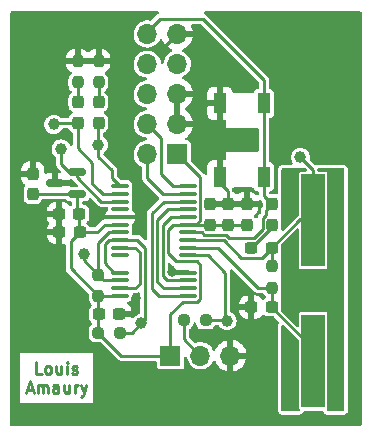
<source format=gtl>
%TF.GenerationSoftware,KiCad,Pcbnew,6.0.11+dfsg-1*%
%TF.CreationDate,2024-02-21T15:30:31+01:00*%
%TF.ProjectId,PCB_TMS,5043425f-544d-4532-9e6b-696361645f70,rev?*%
%TF.SameCoordinates,Original*%
%TF.FileFunction,Copper,L1,Top*%
%TF.FilePolarity,Positive*%
%FSLAX46Y46*%
G04 Gerber Fmt 4.6, Leading zero omitted, Abs format (unit mm)*
G04 Created by KiCad (PCBNEW 6.0.11+dfsg-1) date 2024-02-21 15:30:31*
%MOMM*%
%LPD*%
G01*
G04 APERTURE LIST*
G04 Aperture macros list*
%AMRoundRect*
0 Rectangle with rounded corners*
0 $1 Rounding radius*
0 $2 $3 $4 $5 $6 $7 $8 $9 X,Y pos of 4 corners*
0 Add a 4 corners polygon primitive as box body*
4,1,4,$2,$3,$4,$5,$6,$7,$8,$9,$2,$3,0*
0 Add four circle primitives for the rounded corners*
1,1,$1+$1,$2,$3*
1,1,$1+$1,$4,$5*
1,1,$1+$1,$6,$7*
1,1,$1+$1,$8,$9*
0 Add four rect primitives between the rounded corners*
20,1,$1+$1,$2,$3,$4,$5,0*
20,1,$1+$1,$4,$5,$6,$7,0*
20,1,$1+$1,$6,$7,$8,$9,0*
20,1,$1+$1,$8,$9,$2,$3,0*%
G04 Aperture macros list end*
%ADD10C,0.250000*%
%TA.AperFunction,NonConductor*%
%ADD11C,0.250000*%
%TD*%
%TA.AperFunction,SMDPad,CuDef*%
%ADD12C,1.000000*%
%TD*%
%TA.AperFunction,SMDPad,CuDef*%
%ADD13RoundRect,0.237500X-0.300000X-0.237500X0.300000X-0.237500X0.300000X0.237500X-0.300000X0.237500X0*%
%TD*%
%TA.AperFunction,SMDPad,CuDef*%
%ADD14RoundRect,0.237500X0.237500X-0.300000X0.237500X0.300000X-0.237500X0.300000X-0.237500X-0.300000X0*%
%TD*%
%TA.AperFunction,SMDPad,CuDef*%
%ADD15R,2.000000X7.875000*%
%TD*%
%TA.AperFunction,SMDPad,CuDef*%
%ADD16RoundRect,0.237500X-0.237500X0.300000X-0.237500X-0.300000X0.237500X-0.300000X0.237500X0.300000X0*%
%TD*%
%TA.AperFunction,SMDPad,CuDef*%
%ADD17RoundRect,0.237500X0.250000X0.237500X-0.250000X0.237500X-0.250000X-0.237500X0.250000X-0.237500X0*%
%TD*%
%TA.AperFunction,SMDPad,CuDef*%
%ADD18RoundRect,0.100000X0.637500X0.100000X-0.637500X0.100000X-0.637500X-0.100000X0.637500X-0.100000X0*%
%TD*%
%TA.AperFunction,SMDPad,CuDef*%
%ADD19RoundRect,0.237500X-0.237500X0.287500X-0.237500X-0.287500X0.237500X-0.287500X0.237500X0.287500X0*%
%TD*%
%TA.AperFunction,ComponentPad*%
%ADD20R,1.700000X1.700000*%
%TD*%
%TA.AperFunction,ComponentPad*%
%ADD21O,1.700000X1.700000*%
%TD*%
%TA.AperFunction,SMDPad,CuDef*%
%ADD22R,1.100000X1.800000*%
%TD*%
%TA.AperFunction,SMDPad,CuDef*%
%ADD23RoundRect,0.237500X0.237500X-0.250000X0.237500X0.250000X-0.237500X0.250000X-0.237500X-0.250000X0*%
%TD*%
%TA.AperFunction,SMDPad,CuDef*%
%ADD24RoundRect,0.237500X-0.250000X-0.237500X0.250000X-0.237500X0.250000X0.237500X-0.250000X0.237500X0*%
%TD*%
%TA.AperFunction,SMDPad,CuDef*%
%ADD25RoundRect,0.237500X0.300000X0.237500X-0.300000X0.237500X-0.300000X-0.237500X0.300000X-0.237500X0*%
%TD*%
%TA.AperFunction,SMDPad,CuDef*%
%ADD26RoundRect,0.237500X-0.237500X0.250000X-0.237500X-0.250000X0.237500X-0.250000X0.237500X0.250000X0*%
%TD*%
%TA.AperFunction,SMDPad,CuDef*%
%ADD27RoundRect,0.150000X0.587500X0.150000X-0.587500X0.150000X-0.587500X-0.150000X0.587500X-0.150000X0*%
%TD*%
%TA.AperFunction,ViaPad*%
%ADD28C,0.800000*%
%TD*%
%TA.AperFunction,Conductor*%
%ADD29C,0.250000*%
%TD*%
G04 APERTURE END LIST*
D10*
D11*
X130211904Y-106947380D02*
X129735714Y-106947380D01*
X129735714Y-105947380D01*
X130688095Y-106947380D02*
X130592857Y-106899761D01*
X130545238Y-106852142D01*
X130497619Y-106756904D01*
X130497619Y-106471190D01*
X130545238Y-106375952D01*
X130592857Y-106328333D01*
X130688095Y-106280714D01*
X130830952Y-106280714D01*
X130926190Y-106328333D01*
X130973809Y-106375952D01*
X131021428Y-106471190D01*
X131021428Y-106756904D01*
X130973809Y-106852142D01*
X130926190Y-106899761D01*
X130830952Y-106947380D01*
X130688095Y-106947380D01*
X131878571Y-106280714D02*
X131878571Y-106947380D01*
X131450000Y-106280714D02*
X131450000Y-106804523D01*
X131497619Y-106899761D01*
X131592857Y-106947380D01*
X131735714Y-106947380D01*
X131830952Y-106899761D01*
X131878571Y-106852142D01*
X132354761Y-106947380D02*
X132354761Y-106280714D01*
X132354761Y-105947380D02*
X132307142Y-105995000D01*
X132354761Y-106042619D01*
X132402380Y-105995000D01*
X132354761Y-105947380D01*
X132354761Y-106042619D01*
X132783333Y-106899761D02*
X132878571Y-106947380D01*
X133069047Y-106947380D01*
X133164285Y-106899761D01*
X133211904Y-106804523D01*
X133211904Y-106756904D01*
X133164285Y-106661666D01*
X133069047Y-106614047D01*
X132926190Y-106614047D01*
X132830952Y-106566428D01*
X132783333Y-106471190D01*
X132783333Y-106423571D01*
X132830952Y-106328333D01*
X132926190Y-106280714D01*
X133069047Y-106280714D01*
X133164285Y-106328333D01*
X128950000Y-108271666D02*
X129426190Y-108271666D01*
X128854761Y-108557380D02*
X129188095Y-107557380D01*
X129521428Y-108557380D01*
X129854761Y-108557380D02*
X129854761Y-107890714D01*
X129854761Y-107985952D02*
X129902380Y-107938333D01*
X129997619Y-107890714D01*
X130140476Y-107890714D01*
X130235714Y-107938333D01*
X130283333Y-108033571D01*
X130283333Y-108557380D01*
X130283333Y-108033571D02*
X130330952Y-107938333D01*
X130426190Y-107890714D01*
X130569047Y-107890714D01*
X130664285Y-107938333D01*
X130711904Y-108033571D01*
X130711904Y-108557380D01*
X131616666Y-108557380D02*
X131616666Y-108033571D01*
X131569047Y-107938333D01*
X131473809Y-107890714D01*
X131283333Y-107890714D01*
X131188095Y-107938333D01*
X131616666Y-108509761D02*
X131521428Y-108557380D01*
X131283333Y-108557380D01*
X131188095Y-108509761D01*
X131140476Y-108414523D01*
X131140476Y-108319285D01*
X131188095Y-108224047D01*
X131283333Y-108176428D01*
X131521428Y-108176428D01*
X131616666Y-108128809D01*
X132521428Y-107890714D02*
X132521428Y-108557380D01*
X132092857Y-107890714D02*
X132092857Y-108414523D01*
X132140476Y-108509761D01*
X132235714Y-108557380D01*
X132378571Y-108557380D01*
X132473809Y-108509761D01*
X132521428Y-108462142D01*
X132997619Y-108557380D02*
X132997619Y-107890714D01*
X132997619Y-108081190D02*
X133045238Y-107985952D01*
X133092857Y-107938333D01*
X133188095Y-107890714D01*
X133283333Y-107890714D01*
X133521428Y-107890714D02*
X133759523Y-108557380D01*
X133997619Y-107890714D02*
X133759523Y-108557380D01*
X133664285Y-108795476D01*
X133616666Y-108843095D01*
X133521428Y-108890714D01*
D12*
X133800000Y-96800000D03*
X131218000Y-85816000D03*
X152100000Y-88600000D03*
D13*
X147937500Y-101287500D03*
X149662500Y-101287500D03*
D14*
X149700000Y-94312500D03*
X149700000Y-92587500D03*
D15*
X153200000Y-93950000D03*
X153200000Y-105825000D03*
D16*
X144450000Y-92575000D03*
X144450000Y-94300000D03*
D13*
X147937500Y-96287500D03*
X149662500Y-96287500D03*
D16*
X129450000Y-90000000D03*
X129450000Y-91725000D03*
D12*
X131850000Y-87900000D03*
D17*
X144075000Y-102400000D03*
X142250000Y-102400000D03*
D18*
X142562500Y-100325000D03*
X142562500Y-99675000D03*
X142562500Y-99025000D03*
X142562500Y-98375000D03*
X136837500Y-98375000D03*
X136837500Y-99025000D03*
X136837500Y-99675000D03*
X136837500Y-100325000D03*
X142562500Y-96905000D03*
X142562500Y-96255000D03*
X142562500Y-95605000D03*
X142562500Y-94955000D03*
X142562500Y-94305000D03*
X142562500Y-93655000D03*
X142562500Y-93005000D03*
X142562500Y-92355000D03*
X142562500Y-91705000D03*
X142562500Y-91055000D03*
X136837500Y-91055000D03*
X136837500Y-91705000D03*
X136837500Y-92355000D03*
X136837500Y-93005000D03*
X136837500Y-93655000D03*
X136837500Y-94305000D03*
X136837500Y-94955000D03*
X136837500Y-95605000D03*
X136837500Y-96255000D03*
X136837500Y-96905000D03*
D19*
X133250000Y-83925000D03*
X133250000Y-85675000D03*
D20*
X141110000Y-105400000D03*
D21*
X143650000Y-105400000D03*
X146190000Y-105400000D03*
D22*
X145300000Y-84050000D03*
X145300000Y-90250000D03*
X149000000Y-90250000D03*
X149000000Y-84050000D03*
D23*
X135028000Y-82260000D03*
X135028000Y-80435000D03*
D12*
X138650000Y-102650000D03*
D24*
X134975000Y-103450000D03*
X136800000Y-103450000D03*
D25*
X133412500Y-94950000D03*
X131687500Y-94950000D03*
D16*
X146000000Y-92575000D03*
X146000000Y-94300000D03*
D25*
X136762500Y-101900000D03*
X135037500Y-101900000D03*
D23*
X133250000Y-82269500D03*
X133250000Y-80444500D03*
D26*
X135000000Y-98537500D03*
X135000000Y-100362500D03*
D23*
X149700000Y-99650000D03*
X149700000Y-97825000D03*
D27*
X133210000Y-91727500D03*
X133210000Y-89827500D03*
X131335000Y-90777500D03*
D19*
X135028000Y-83925000D03*
X135028000Y-85675000D03*
D12*
X135000000Y-87550000D03*
X145900000Y-102450000D03*
D20*
X141675000Y-88325000D03*
D21*
X139135000Y-88325000D03*
X141675000Y-85785000D03*
X139135000Y-85785000D03*
X141675000Y-83245000D03*
X139135000Y-83245000D03*
X141675000Y-80705000D03*
X139135000Y-80705000D03*
X141675000Y-78165000D03*
X139135000Y-78165000D03*
D16*
X147550000Y-92575000D03*
X147550000Y-94300000D03*
D13*
X131675000Y-93400000D03*
X133400000Y-93400000D03*
D28*
X138200000Y-100525000D03*
X134975000Y-93575000D03*
X141200000Y-98300000D03*
D29*
X142562500Y-94305000D02*
X142567500Y-94300000D01*
X129450000Y-91725000D02*
X131812500Y-91725000D01*
X140900000Y-96750000D02*
X140900000Y-94750000D01*
X142150000Y-100850000D02*
X143376041Y-100850000D01*
X144445000Y-94305000D02*
X144450000Y-94300000D01*
X143625000Y-93931041D02*
X143625000Y-90275000D01*
X143376041Y-97430000D02*
X141580000Y-97430000D01*
X135550000Y-94300000D02*
X136832500Y-94300000D01*
X141110000Y-105400000D02*
X141110000Y-101890000D01*
X142562500Y-94305000D02*
X143251041Y-94305000D01*
X143376041Y-100850000D02*
X143650000Y-100576041D01*
X133400000Y-94937500D02*
X133412500Y-94950000D01*
X135000000Y-100362500D02*
X135000000Y-103425000D01*
X140900000Y-94750000D02*
X141345000Y-94305000D01*
X131812500Y-91725000D02*
X133207500Y-91725000D01*
X136925000Y-105400000D02*
X141110000Y-105400000D01*
X132650000Y-98012500D02*
X132650000Y-95712500D01*
X141580000Y-97430000D02*
X140900000Y-96750000D01*
X142567500Y-94300000D02*
X147550000Y-94300000D01*
X133210000Y-93210000D02*
X133400000Y-93400000D01*
X131812500Y-91725000D02*
X132087500Y-91725000D01*
X132650000Y-95712500D02*
X133412500Y-94950000D01*
X133207500Y-91725000D02*
X133210000Y-91727500D01*
X133412500Y-94950000D02*
X134900000Y-94950000D01*
X134900000Y-94950000D02*
X135550000Y-94300000D01*
X133400000Y-91917500D02*
X133210000Y-91727500D01*
X134975000Y-103450000D02*
X136925000Y-105400000D01*
X134950000Y-100412500D02*
X135000000Y-100362500D01*
X141110000Y-101890000D02*
X142150000Y-100850000D01*
X135000000Y-100362500D02*
X132650000Y-98012500D01*
X143650000Y-100576041D02*
X143650000Y-97703959D01*
X141675000Y-88575000D02*
X141675000Y-88325000D01*
X133400000Y-93400000D02*
X133400000Y-94937500D01*
X135037500Y-100325000D02*
X135000000Y-100362500D01*
X136837500Y-100325000D02*
X135037500Y-100325000D01*
X133210000Y-91727500D02*
X133210000Y-93210000D01*
X143625000Y-90275000D02*
X141675000Y-88325000D01*
X143650000Y-97703959D02*
X143376041Y-97430000D01*
X133200000Y-91737500D02*
X133210000Y-91727500D01*
X136832500Y-94300000D02*
X136837500Y-94305000D01*
X141345000Y-94305000D02*
X142562500Y-94305000D01*
X135000000Y-103425000D02*
X134975000Y-103450000D01*
X143251041Y-94305000D02*
X143625000Y-93931041D01*
X136540000Y-80435000D02*
X135028000Y-80435000D01*
X145300000Y-90250000D02*
X145300000Y-90776778D01*
X149700000Y-94525000D02*
X149700000Y-94312500D01*
X140415000Y-79425000D02*
X137550000Y-79425000D01*
X145300000Y-84050000D02*
X145300000Y-90250000D01*
X145300000Y-90776778D02*
X146000000Y-91476778D01*
X146000000Y-91476778D02*
X146000000Y-92575000D01*
X147937500Y-96287500D02*
X149700000Y-94525000D01*
X141675000Y-78165000D02*
X140415000Y-79425000D01*
X137550000Y-79425000D02*
X136540000Y-80435000D01*
X149662500Y-99687500D02*
X149700000Y-99650000D01*
X148500000Y-99650000D02*
X149700000Y-99650000D01*
X145105000Y-96255000D02*
X148500000Y-99650000D01*
X153200000Y-104825000D02*
X153200000Y-105825000D01*
X142562500Y-96255000D02*
X145105000Y-96255000D01*
X149662500Y-101287500D02*
X149662500Y-99687500D01*
X149662500Y-101287500D02*
X153200000Y-104825000D01*
X143776104Y-95612500D02*
X143768604Y-95605000D01*
X149662500Y-96287500D02*
X152100000Y-93850000D01*
X149700000Y-96200000D02*
X149700000Y-97825000D01*
X149700000Y-96200000D02*
X149800000Y-96300000D01*
X149662500Y-96287500D02*
X148850000Y-97100000D01*
X148850000Y-97100000D02*
X147100000Y-97100000D01*
X147100000Y-97100000D02*
X145612500Y-95612500D01*
X149567500Y-97692500D02*
X149700000Y-97825000D01*
X143768604Y-95605000D02*
X142562500Y-95605000D01*
X152100000Y-88600000D02*
X153200000Y-89700000D01*
X152100000Y-93850000D02*
X153100000Y-93850000D01*
X153100000Y-93850000D02*
X153200000Y-93950000D01*
X145612500Y-95612500D02*
X143776104Y-95612500D01*
X153200000Y-89700000D02*
X153200000Y-93950000D01*
X133250000Y-82269500D02*
X133250000Y-83925000D01*
X136837500Y-91705000D02*
X135355000Y-91705000D01*
X131359000Y-85675000D02*
X131218000Y-85816000D01*
X133250000Y-85675000D02*
X131359000Y-85675000D01*
X134500000Y-90850000D02*
X134500000Y-89500000D01*
X134500000Y-89100000D02*
X134500000Y-89500000D01*
X135050000Y-91400000D02*
X134500000Y-90850000D01*
X133250000Y-87850000D02*
X134500000Y-89100000D01*
X133250000Y-85675000D02*
X133250000Y-87850000D01*
X135355000Y-91705000D02*
X135050000Y-91400000D01*
X135028000Y-82260000D02*
X135028000Y-83925000D01*
X136128000Y-90345500D02*
X136128000Y-89678000D01*
X136128000Y-90345500D02*
X136837500Y-91055000D01*
X136128000Y-89678000D02*
X135000000Y-88550000D01*
X135000000Y-87550000D02*
X135000000Y-85703000D01*
X135000000Y-88550000D02*
X135000000Y-87550000D01*
X135000000Y-85703000D02*
X135028000Y-85675000D01*
X140455000Y-91705000D02*
X139135000Y-90385000D01*
X142562500Y-91705000D02*
X140455000Y-91705000D01*
X139135000Y-90385000D02*
X139135000Y-88325000D01*
X142562500Y-91055000D02*
X141305000Y-91055000D01*
X142562500Y-91055000D02*
X142617500Y-91000000D01*
X140310000Y-90060000D02*
X140310000Y-86960000D01*
X141305000Y-91055000D02*
X140310000Y-90060000D01*
X140310000Y-86960000D02*
X139135000Y-85785000D01*
X143850000Y-76900000D02*
X149000000Y-82050000D01*
X142562500Y-94955000D02*
X143755000Y-94955000D01*
X143962500Y-95162500D02*
X145798896Y-95162500D01*
X140200000Y-76900000D02*
X143850000Y-76900000D01*
X146036396Y-95400000D02*
X148150000Y-95400000D01*
X149000000Y-82050000D02*
X149000000Y-84050000D01*
X149700000Y-92587500D02*
X149000000Y-91887500D01*
X149200000Y-93087500D02*
X149700000Y-92587500D01*
X148900000Y-94650000D02*
X148900000Y-93779505D01*
X149000000Y-84050000D02*
X149000000Y-90250000D01*
X145798896Y-95162500D02*
X146036396Y-95400000D01*
X139135000Y-77965000D02*
X140200000Y-76900000D01*
X149000000Y-91887500D02*
X149000000Y-90250000D01*
X139135000Y-78165000D02*
X139135000Y-77965000D01*
X148150000Y-95400000D02*
X148900000Y-94650000D01*
X149200000Y-93479505D02*
X149200000Y-93087500D01*
X143755000Y-94955000D02*
X143962500Y-95162500D01*
X149000000Y-83450000D02*
X149000000Y-84050000D01*
X148900000Y-93779505D02*
X149200000Y-93479505D01*
X144255000Y-96905000D02*
X145762500Y-98412500D01*
X145712500Y-102400000D02*
X145762500Y-102450000D01*
X145762500Y-98412500D02*
X145762500Y-102450000D01*
X144075000Y-102400000D02*
X145712500Y-102400000D01*
X142562500Y-96905000D02*
X144255000Y-96905000D01*
X143550000Y-105400000D02*
X143650000Y-105400000D01*
X142250000Y-104000000D02*
X143650000Y-105400000D01*
X142250000Y-102400000D02*
X142250000Y-104000000D01*
X136837500Y-95605000D02*
X138305000Y-95605000D01*
X136837500Y-98375000D02*
X136325000Y-98375000D01*
X135550000Y-97600000D02*
X135550000Y-95950000D01*
X138950000Y-102350000D02*
X138650000Y-102650000D01*
X135550000Y-95950000D02*
X135895000Y-95605000D01*
X135895000Y-95605000D02*
X136837500Y-95605000D01*
X137850000Y-103450000D02*
X138650000Y-102650000D01*
X136325000Y-98375000D02*
X135550000Y-97600000D01*
X138950000Y-96250000D02*
X138950000Y-102350000D01*
X138305000Y-95605000D02*
X138950000Y-96250000D01*
X136800000Y-103450000D02*
X137850000Y-103450000D01*
X135487500Y-99025000D02*
X135000000Y-98537500D01*
X133800000Y-96800000D02*
X133800000Y-97337500D01*
X133800000Y-97337500D02*
X135000000Y-98537500D01*
X135000000Y-98537500D02*
X135000000Y-95863604D01*
X135000000Y-95863604D02*
X135908604Y-94955000D01*
X136837500Y-99025000D02*
X135487500Y-99025000D01*
X135908604Y-94955000D02*
X136837500Y-94955000D01*
X133210000Y-89827500D02*
X133210000Y-90310000D01*
X132477500Y-89827500D02*
X133210000Y-89827500D01*
X133210000Y-90310000D02*
X135255000Y-92355000D01*
X135255000Y-92355000D02*
X136837500Y-92355000D01*
X131850000Y-89200000D02*
X132477500Y-89827500D01*
X131850000Y-87900000D02*
X131850000Y-89200000D01*
X142562500Y-100325000D02*
X140100000Y-100325000D01*
X140100000Y-100325000D02*
X139550000Y-99775000D01*
X139550000Y-99775000D02*
X139550000Y-93350000D01*
X140545000Y-92355000D02*
X142562500Y-92355000D01*
X139550000Y-93350000D02*
X140545000Y-92355000D01*
X140550000Y-99675000D02*
X140000000Y-99125000D01*
X140000000Y-99125000D02*
X140000000Y-93900000D01*
X142562500Y-99675000D02*
X140550000Y-99675000D01*
X140000000Y-93900000D02*
X140895000Y-93005000D01*
X140895000Y-93005000D02*
X142562500Y-93005000D01*
X141145000Y-93655000D02*
X142562500Y-93655000D01*
X140800000Y-99025000D02*
X140450000Y-98675000D01*
X140450000Y-94350000D02*
X141145000Y-93655000D01*
X142562500Y-99025000D02*
X140800000Y-99025000D01*
X140450000Y-98675000D02*
X140450000Y-94350000D01*
X138105000Y-96255000D02*
X136837500Y-96255000D01*
X138500000Y-99300000D02*
X138500000Y-96650000D01*
X136837500Y-99675000D02*
X138125000Y-99675000D01*
X138500000Y-96650000D02*
X138105000Y-96255000D01*
X138125000Y-99675000D02*
X138500000Y-99300000D01*
%TA.AperFunction,Conductor*%
G36*
X140082452Y-76270502D02*
G01*
X140128945Y-76324158D01*
X140139049Y-76394432D01*
X140109555Y-76459012D01*
X140065742Y-76488064D01*
X140066872Y-76490282D01*
X140045498Y-76501172D01*
X140027237Y-76508736D01*
X140013853Y-76513085D01*
X140013850Y-76513087D01*
X140004419Y-76516151D01*
X139996396Y-76521980D01*
X139985009Y-76530253D01*
X139968163Y-76540577D01*
X139946780Y-76551472D01*
X139492383Y-77005869D01*
X139430071Y-77039895D01*
X139378707Y-77040353D01*
X139261442Y-77017028D01*
X139261440Y-77017028D01*
X139255775Y-77015901D01*
X139250000Y-77015825D01*
X139249996Y-77015825D01*
X139143976Y-77014437D01*
X139044346Y-77013133D01*
X139038649Y-77014112D01*
X139038648Y-77014112D01*
X138841650Y-77047962D01*
X138841649Y-77047962D01*
X138835953Y-77048941D01*
X138637575Y-77122127D01*
X138455856Y-77230238D01*
X138296881Y-77369655D01*
X138165976Y-77535708D01*
X138067523Y-77722836D01*
X138004820Y-77924773D01*
X137979967Y-78134754D01*
X137993796Y-78345749D01*
X137995217Y-78351345D01*
X137995218Y-78351350D01*
X138044424Y-78545095D01*
X138045845Y-78550690D01*
X138134369Y-78742714D01*
X138256405Y-78915391D01*
X138407865Y-79062937D01*
X138412661Y-79066142D01*
X138412664Y-79066144D01*
X138515216Y-79134667D01*
X138583677Y-79180411D01*
X138588985Y-79182692D01*
X138588986Y-79182692D01*
X138772650Y-79261600D01*
X138772653Y-79261601D01*
X138777953Y-79263878D01*
X138783582Y-79265152D01*
X138783583Y-79265152D01*
X138978550Y-79309269D01*
X138978553Y-79309269D01*
X138984186Y-79310544D01*
X138989958Y-79310771D01*
X138995687Y-79311525D01*
X138995327Y-79314257D01*
X139051604Y-79333216D01*
X139095950Y-79388659D01*
X139103282Y-79459276D01*
X139071271Y-79522647D01*
X139010081Y-79558651D01*
X139000704Y-79560632D01*
X138841650Y-79587962D01*
X138841649Y-79587962D01*
X138835953Y-79588941D01*
X138637575Y-79662127D01*
X138632614Y-79665079D01*
X138632613Y-79665079D01*
X138520413Y-79731831D01*
X138455856Y-79770238D01*
X138296881Y-79909655D01*
X138165976Y-80075708D01*
X138163287Y-80080819D01*
X138163285Y-80080822D01*
X138132816Y-80138734D01*
X138067523Y-80262836D01*
X138004820Y-80464773D01*
X137979967Y-80674754D01*
X137993796Y-80885749D01*
X137995217Y-80891345D01*
X137995218Y-80891350D01*
X138017784Y-80980200D01*
X138045845Y-81090690D01*
X138134369Y-81282714D01*
X138256405Y-81455391D01*
X138260539Y-81459418D01*
X138384360Y-81580039D01*
X138407865Y-81602937D01*
X138412661Y-81606142D01*
X138412664Y-81606144D01*
X138555936Y-81701875D01*
X138583677Y-81720411D01*
X138588985Y-81722692D01*
X138588986Y-81722692D01*
X138772650Y-81801600D01*
X138772653Y-81801601D01*
X138777953Y-81803878D01*
X138783582Y-81805152D01*
X138783583Y-81805152D01*
X138978550Y-81849269D01*
X138978553Y-81849269D01*
X138984186Y-81850544D01*
X138989958Y-81850771D01*
X138995687Y-81851525D01*
X138995327Y-81854257D01*
X139051604Y-81873216D01*
X139095950Y-81928659D01*
X139103282Y-81999276D01*
X139071271Y-82062647D01*
X139010081Y-82098651D01*
X139000704Y-82100632D01*
X138841650Y-82127962D01*
X138841649Y-82127962D01*
X138835953Y-82128941D01*
X138637575Y-82202127D01*
X138632614Y-82205079D01*
X138632613Y-82205079D01*
X138554326Y-82251655D01*
X138455856Y-82310238D01*
X138296881Y-82449655D01*
X138165976Y-82615708D01*
X138163287Y-82620819D01*
X138163285Y-82620822D01*
X138113400Y-82715638D01*
X138067523Y-82802836D01*
X138004820Y-83004773D01*
X137979967Y-83214754D01*
X137993796Y-83425749D01*
X137995217Y-83431345D01*
X137995218Y-83431350D01*
X138037922Y-83599492D01*
X138045845Y-83630690D01*
X138134369Y-83822714D01*
X138256405Y-83995391D01*
X138407865Y-84142937D01*
X138412661Y-84146142D01*
X138412664Y-84146144D01*
X138515216Y-84214667D01*
X138583677Y-84260411D01*
X138588985Y-84262692D01*
X138588986Y-84262692D01*
X138772650Y-84341600D01*
X138772653Y-84341601D01*
X138777953Y-84343878D01*
X138783582Y-84345152D01*
X138783583Y-84345152D01*
X138978550Y-84389269D01*
X138978553Y-84389269D01*
X138984186Y-84390544D01*
X138989958Y-84390771D01*
X138995687Y-84391525D01*
X138995327Y-84394257D01*
X139051604Y-84413216D01*
X139095950Y-84468659D01*
X139103282Y-84539276D01*
X139071271Y-84602647D01*
X139010081Y-84638651D01*
X139000704Y-84640632D01*
X138841650Y-84667962D01*
X138841649Y-84667962D01*
X138835953Y-84668941D01*
X138637575Y-84742127D01*
X138632614Y-84745079D01*
X138632613Y-84745079D01*
X138615089Y-84755505D01*
X138455856Y-84850238D01*
X138296881Y-84989655D01*
X138165976Y-85155708D01*
X138163287Y-85160819D01*
X138163285Y-85160822D01*
X138140753Y-85203649D01*
X138067523Y-85342836D01*
X138004820Y-85544773D01*
X137979967Y-85754754D01*
X137993796Y-85965749D01*
X137995217Y-85971345D01*
X137995218Y-85971350D01*
X138040166Y-86148329D01*
X138045845Y-86170690D01*
X138048262Y-86175933D01*
X138072767Y-86229089D01*
X138134369Y-86362714D01*
X138256405Y-86535391D01*
X138407865Y-86682937D01*
X138412661Y-86686142D01*
X138412664Y-86686144D01*
X138488761Y-86736990D01*
X138583677Y-86800411D01*
X138588985Y-86802692D01*
X138588986Y-86802692D01*
X138772650Y-86881600D01*
X138772653Y-86881601D01*
X138777953Y-86883878D01*
X138783582Y-86885152D01*
X138783583Y-86885152D01*
X138978550Y-86929269D01*
X138978553Y-86929269D01*
X138984186Y-86930544D01*
X138989958Y-86930771D01*
X138995687Y-86931525D01*
X138995327Y-86934257D01*
X139051604Y-86953216D01*
X139095950Y-87008659D01*
X139103282Y-87079276D01*
X139071271Y-87142647D01*
X139010081Y-87178651D01*
X139000704Y-87180632D01*
X138841650Y-87207962D01*
X138841649Y-87207962D01*
X138835953Y-87208941D01*
X138637575Y-87282127D01*
X138632614Y-87285079D01*
X138632613Y-87285079D01*
X138475541Y-87378527D01*
X138455856Y-87390238D01*
X138296881Y-87529655D01*
X138165976Y-87695708D01*
X138067523Y-87882836D01*
X138022719Y-88027130D01*
X138008473Y-88073010D01*
X138004820Y-88084773D01*
X137979967Y-88294754D01*
X137993796Y-88505749D01*
X137995217Y-88511345D01*
X137995218Y-88511350D01*
X138024442Y-88626418D01*
X138045845Y-88710690D01*
X138048262Y-88715933D01*
X138098829Y-88825621D01*
X138134369Y-88902714D01*
X138256405Y-89075391D01*
X138260539Y-89079418D01*
X138400419Y-89215683D01*
X138407865Y-89222937D01*
X138412661Y-89226142D01*
X138412664Y-89226144D01*
X138536185Y-89308678D01*
X138583677Y-89340411D01*
X138588982Y-89342690D01*
X138588989Y-89342694D01*
X138633236Y-89361703D01*
X138687930Y-89406970D01*
X138709500Y-89477471D01*
X138709500Y-90452393D01*
X138716914Y-90475210D01*
X138721528Y-90494429D01*
X138725281Y-90518126D01*
X138729784Y-90526963D01*
X138729784Y-90526964D01*
X138736172Y-90539502D01*
X138743736Y-90557763D01*
X138748085Y-90571147D01*
X138748087Y-90571150D01*
X138751151Y-90580581D01*
X138756980Y-90588604D01*
X138765253Y-90599991D01*
X138775577Y-90616837D01*
X138786472Y-90638220D01*
X140134157Y-91985905D01*
X140168183Y-92048217D01*
X140163118Y-92119032D01*
X140134157Y-92164095D01*
X139201472Y-93096780D01*
X139190577Y-93118163D01*
X139180253Y-93135009D01*
X139166151Y-93154419D01*
X139163087Y-93163850D01*
X139163085Y-93163853D01*
X139158736Y-93177237D01*
X139151172Y-93195498D01*
X139140281Y-93216874D01*
X139138730Y-93226668D01*
X139136528Y-93240570D01*
X139131914Y-93259790D01*
X139124500Y-93282607D01*
X139124500Y-95518562D01*
X139104498Y-95586683D01*
X139050842Y-95633176D01*
X138980568Y-95643280D01*
X138915988Y-95613786D01*
X138909405Y-95607657D01*
X138558220Y-95256472D01*
X138536837Y-95245577D01*
X138519991Y-95235253D01*
X138508604Y-95226980D01*
X138500581Y-95221151D01*
X138491150Y-95218087D01*
X138491147Y-95218085D01*
X138477763Y-95213736D01*
X138459502Y-95206172D01*
X138446964Y-95199784D01*
X138446963Y-95199784D01*
X138438126Y-95195281D01*
X138414429Y-95191528D01*
X138395210Y-95186914D01*
X138372393Y-95179500D01*
X138001500Y-95179500D01*
X137933379Y-95159498D01*
X137886886Y-95105842D01*
X137875500Y-95053501D01*
X137875499Y-94828437D01*
X137875499Y-94823482D01*
X137860646Y-94729696D01*
X137856143Y-94720859D01*
X137856142Y-94720855D01*
X137838995Y-94687202D01*
X137825891Y-94617425D01*
X137838995Y-94572798D01*
X137856144Y-94539140D01*
X137856144Y-94539139D01*
X137860646Y-94530304D01*
X137875500Y-94436519D01*
X137875499Y-94272427D01*
X137895501Y-94204307D01*
X137912404Y-94183332D01*
X137913656Y-94182080D01*
X138001059Y-94068176D01*
X138009247Y-94053993D01*
X138064189Y-93921351D01*
X138068428Y-93905531D01*
X138072716Y-93872960D01*
X138070505Y-93858778D01*
X138057348Y-93855000D01*
X137700514Y-93855000D01*
X137643312Y-93841267D01*
X137609140Y-93823856D01*
X137609139Y-93823856D01*
X137600304Y-93819354D01*
X137590515Y-93817804D01*
X137590513Y-93817803D01*
X137563151Y-93813470D01*
X137506519Y-93804500D01*
X136837636Y-93804500D01*
X136168482Y-93804501D01*
X136163589Y-93805276D01*
X136163588Y-93805276D01*
X136084494Y-93817802D01*
X136084492Y-93817803D01*
X136074696Y-93819354D01*
X136065859Y-93823857D01*
X136065855Y-93823858D01*
X136031688Y-93841267D01*
X135974486Y-93855000D01*
X135618035Y-93855000D01*
X135569007Y-93869396D01*
X135533509Y-93874500D01*
X135482607Y-93874500D01*
X135473180Y-93877563D01*
X135473173Y-93877564D01*
X135459788Y-93881913D01*
X135440569Y-93886527D01*
X135426672Y-93888728D01*
X135426665Y-93888730D01*
X135416874Y-93890281D01*
X135395498Y-93901173D01*
X135377237Y-93908736D01*
X135354419Y-93916150D01*
X135346397Y-93921979D01*
X135346396Y-93921979D01*
X135335011Y-93930251D01*
X135318156Y-93940581D01*
X135296780Y-93951472D01*
X134760657Y-94487595D01*
X134698345Y-94521621D01*
X134671562Y-94524500D01*
X134302193Y-94524500D01*
X134234072Y-94504498D01*
X134192419Y-94460352D01*
X134188782Y-94453897D01*
X134185620Y-94445911D01*
X134096500Y-94328500D01*
X134020245Y-94270619D01*
X133978078Y-94213500D01*
X133973486Y-94142653D01*
X134007925Y-94080569D01*
X134020245Y-94069893D01*
X134077165Y-94026688D01*
X134084000Y-94021500D01*
X134173120Y-93904089D01*
X134212243Y-93805275D01*
X134224401Y-93774568D01*
X134224402Y-93774566D01*
X134227382Y-93767038D01*
X134238000Y-93679297D01*
X134237999Y-93120704D01*
X134237453Y-93116185D01*
X134228354Y-93040995D01*
X134227382Y-93032962D01*
X134222293Y-93020107D01*
X134183178Y-92921315D01*
X134173120Y-92895911D01*
X134084000Y-92778500D01*
X133966589Y-92689380D01*
X133904358Y-92664741D01*
X133837068Y-92638099D01*
X133837066Y-92638098D01*
X133829538Y-92635118D01*
X133746362Y-92625052D01*
X133681139Y-92597013D01*
X133641428Y-92538160D01*
X133635500Y-92499966D01*
X133635500Y-92454000D01*
X133655502Y-92385879D01*
X133709158Y-92339386D01*
X133761500Y-92328000D01*
X133851334Y-92328000D01*
X133869252Y-92326306D01*
X133875222Y-92325742D01*
X133875223Y-92325742D01*
X133882869Y-92325019D01*
X134010684Y-92280134D01*
X134018254Y-92274542D01*
X134018257Y-92274541D01*
X134112079Y-92205242D01*
X134119650Y-92199650D01*
X134125242Y-92192079D01*
X134125245Y-92192076D01*
X134193388Y-92099818D01*
X134249949Y-92056907D01*
X134320731Y-92051387D01*
X134383834Y-92085582D01*
X135001780Y-92703528D01*
X135023156Y-92714419D01*
X135040012Y-92724749D01*
X135059419Y-92738850D01*
X135082237Y-92746264D01*
X135100498Y-92753827D01*
X135121874Y-92764719D01*
X135131665Y-92766270D01*
X135131672Y-92766272D01*
X135145569Y-92768473D01*
X135164788Y-92773087D01*
X135178173Y-92777436D01*
X135178180Y-92777437D01*
X135187607Y-92780500D01*
X135673500Y-92780500D01*
X135741621Y-92800502D01*
X135788114Y-92854158D01*
X135799500Y-92906499D01*
X135799501Y-93003766D01*
X135799501Y-93037572D01*
X135779499Y-93105693D01*
X135762596Y-93126668D01*
X135761344Y-93127920D01*
X135673941Y-93241824D01*
X135665753Y-93256007D01*
X135610811Y-93388649D01*
X135606572Y-93404469D01*
X135602284Y-93437040D01*
X135604495Y-93451222D01*
X135617652Y-93455000D01*
X135974486Y-93455000D01*
X136031688Y-93468733D01*
X136065856Y-93486142D01*
X136074696Y-93490646D01*
X136084485Y-93492196D01*
X136084487Y-93492197D01*
X136111849Y-93496530D01*
X136168481Y-93505500D01*
X136837364Y-93505500D01*
X137506518Y-93505499D01*
X137511412Y-93504724D01*
X137590506Y-93492198D01*
X137590508Y-93492197D01*
X137600304Y-93490646D01*
X137609141Y-93486143D01*
X137609145Y-93486142D01*
X137643312Y-93468733D01*
X137700514Y-93455000D01*
X138056965Y-93455000D01*
X138070736Y-93450956D01*
X138072765Y-93437417D01*
X138068428Y-93404467D01*
X138064190Y-93388652D01*
X138009247Y-93256007D01*
X138001059Y-93241824D01*
X137913657Y-93127921D01*
X137912398Y-93126662D01*
X137911676Y-93125340D01*
X137908630Y-93121370D01*
X137909249Y-93120895D01*
X137878378Y-93064348D01*
X137875500Y-93037574D01*
X137875499Y-92878437D01*
X137875499Y-92873482D01*
X137868719Y-92830671D01*
X137862198Y-92789494D01*
X137862197Y-92789492D01*
X137860646Y-92779696D01*
X137856143Y-92770859D01*
X137856142Y-92770855D01*
X137838995Y-92737202D01*
X137825891Y-92667425D01*
X137838995Y-92622798D01*
X137856144Y-92589140D01*
X137856144Y-92589139D01*
X137860646Y-92580304D01*
X137864915Y-92553354D01*
X137867321Y-92538160D01*
X137875500Y-92486519D01*
X137875499Y-92223482D01*
X137870525Y-92192076D01*
X137862198Y-92139494D01*
X137862197Y-92139492D01*
X137860646Y-92129696D01*
X137856143Y-92120859D01*
X137856142Y-92120855D01*
X137838995Y-92087202D01*
X137825891Y-92017425D01*
X137838995Y-91972798D01*
X137856144Y-91939140D01*
X137856144Y-91939139D01*
X137860646Y-91930304D01*
X137875500Y-91836519D01*
X137875499Y-91573482D01*
X137874724Y-91568588D01*
X137862198Y-91489494D01*
X137862197Y-91489492D01*
X137860646Y-91479696D01*
X137856143Y-91470859D01*
X137856142Y-91470855D01*
X137838995Y-91437202D01*
X137825891Y-91367425D01*
X137838995Y-91322798D01*
X137856144Y-91289140D01*
X137856144Y-91289139D01*
X137860646Y-91280304D01*
X137875500Y-91186519D01*
X137875499Y-90923482D01*
X137872651Y-90905500D01*
X137862198Y-90839494D01*
X137862197Y-90839492D01*
X137860646Y-90829696D01*
X137803050Y-90716658D01*
X137713342Y-90626950D01*
X137600304Y-90569354D01*
X137590515Y-90567804D01*
X137590513Y-90567803D01*
X137561575Y-90563220D01*
X137506519Y-90554500D01*
X136990938Y-90554500D01*
X136922817Y-90534498D01*
X136901843Y-90517595D01*
X136590405Y-90206157D01*
X136556379Y-90143845D01*
X136553500Y-90117062D01*
X136553500Y-89610607D01*
X136546086Y-89587790D01*
X136541472Y-89568570D01*
X136539270Y-89554668D01*
X136537719Y-89544874D01*
X136526828Y-89523498D01*
X136519264Y-89505237D01*
X136514915Y-89491853D01*
X136514913Y-89491850D01*
X136511849Y-89482419D01*
X136497747Y-89463009D01*
X136487423Y-89446163D01*
X136476528Y-89424780D01*
X135462405Y-88410657D01*
X135428379Y-88348345D01*
X135425500Y-88321562D01*
X135425500Y-88299922D01*
X135445502Y-88231801D01*
X135476924Y-88201552D01*
X135475383Y-88199522D01*
X135480991Y-88195265D01*
X135487044Y-88191657D01*
X135617099Y-88067807D01*
X135634570Y-88041512D01*
X135712582Y-87924093D01*
X135716483Y-87918222D01*
X135754523Y-87818081D01*
X135777757Y-87756919D01*
X135777758Y-87756914D01*
X135780257Y-87750336D01*
X135784874Y-87717486D01*
X135804700Y-87576416D01*
X135804700Y-87576411D01*
X135805251Y-87572493D01*
X135805565Y-87550000D01*
X135785546Y-87371528D01*
X135779427Y-87353955D01*
X135728931Y-87208951D01*
X135726485Y-87201927D01*
X135713612Y-87181325D01*
X135635049Y-87055599D01*
X135631316Y-87049625D01*
X135536063Y-86953705D01*
X135509733Y-86927190D01*
X135509729Y-86927187D01*
X135504770Y-86922193D01*
X135493761Y-86915206D01*
X135483986Y-86909003D01*
X135437187Y-86855614D01*
X135425500Y-86802618D01*
X135425500Y-86563451D01*
X135445502Y-86495330D01*
X135505115Y-86446299D01*
X135532089Y-86435620D01*
X135649500Y-86346500D01*
X135738620Y-86229089D01*
X135779757Y-86125188D01*
X135789901Y-86099568D01*
X135789903Y-86099562D01*
X135792882Y-86092038D01*
X135803500Y-86004297D01*
X135803499Y-85345704D01*
X135792882Y-85257962D01*
X135789136Y-85248499D01*
X135748480Y-85145814D01*
X135738620Y-85120911D01*
X135649500Y-85003500D01*
X135532089Y-84914380D01*
X135524103Y-84911218D01*
X135521540Y-84909774D01*
X135472010Y-84858908D01*
X135457844Y-84789339D01*
X135483538Y-84723155D01*
X135521540Y-84690226D01*
X135524103Y-84688782D01*
X135532089Y-84685620D01*
X135649500Y-84596500D01*
X135738620Y-84479089D01*
X135782075Y-84369333D01*
X135789901Y-84349568D01*
X135789902Y-84349566D01*
X135792882Y-84342038D01*
X135803500Y-84254297D01*
X135803499Y-83595704D01*
X135803044Y-83591938D01*
X135793854Y-83515995D01*
X135792882Y-83507962D01*
X135738620Y-83370911D01*
X135649500Y-83253500D01*
X135544912Y-83174113D01*
X135502745Y-83116995D01*
X135498153Y-83046147D01*
X135532592Y-82984063D01*
X135544912Y-82973387D01*
X135642665Y-82899188D01*
X135649500Y-82894000D01*
X135738620Y-82776589D01*
X135784735Y-82660116D01*
X135789901Y-82647068D01*
X135789902Y-82647066D01*
X135792882Y-82639538D01*
X135803500Y-82551797D01*
X135803499Y-81968204D01*
X135801443Y-81951208D01*
X135793854Y-81888495D01*
X135792882Y-81880462D01*
X135784103Y-81858287D01*
X135746136Y-81762395D01*
X135738620Y-81743411D01*
X135649500Y-81626000D01*
X135642665Y-81620812D01*
X135642660Y-81620807D01*
X135576556Y-81570631D01*
X135534389Y-81513513D01*
X135529797Y-81442665D01*
X135564237Y-81380581D01*
X135586434Y-81363124D01*
X135725492Y-81277073D01*
X135736890Y-81268040D01*
X135849363Y-81155371D01*
X135858375Y-81143960D01*
X135941912Y-81008437D01*
X135948056Y-80995259D01*
X135998315Y-80843734D01*
X136001181Y-80830368D01*
X136010672Y-80737730D01*
X136011000Y-80731315D01*
X136011000Y-80707115D01*
X136006525Y-80691876D01*
X136005135Y-80690671D01*
X135997452Y-80689000D01*
X134291115Y-80689000D01*
X134276144Y-80693396D01*
X134240646Y-80698500D01*
X132285115Y-80698500D01*
X132269876Y-80702975D01*
X132268671Y-80704365D01*
X132267000Y-80712048D01*
X132267000Y-80740766D01*
X132267337Y-80747282D01*
X132277075Y-80841132D01*
X132279968Y-80854528D01*
X132330488Y-81005953D01*
X132336653Y-81019115D01*
X132420426Y-81154492D01*
X132429460Y-81165890D01*
X132542129Y-81278363D01*
X132553540Y-81287375D01*
X132691503Y-81372416D01*
X132738996Y-81425188D01*
X132750420Y-81495260D01*
X132722146Y-81560383D01*
X132701567Y-81580039D01*
X132628500Y-81635500D01*
X132539380Y-81752911D01*
X132536218Y-81760898D01*
X132491268Y-81874430D01*
X132485118Y-81889962D01*
X132474500Y-81977703D01*
X132474501Y-82561296D01*
X132474956Y-82565054D01*
X132474956Y-82565059D01*
X132477072Y-82582546D01*
X132485118Y-82649038D01*
X132488096Y-82656561D01*
X132488097Y-82656563D01*
X132514599Y-82723500D01*
X132539380Y-82786089D01*
X132628500Y-82903500D01*
X132635335Y-82908688D01*
X132726830Y-82978137D01*
X132768997Y-83035256D01*
X132773589Y-83106103D01*
X132739149Y-83168187D01*
X132726830Y-83178863D01*
X132628500Y-83253500D01*
X132539380Y-83370911D01*
X132485118Y-83507962D01*
X132474500Y-83595703D01*
X132474501Y-84254296D01*
X132474956Y-84258054D01*
X132474956Y-84258059D01*
X132480863Y-84306876D01*
X132485118Y-84342038D01*
X132488096Y-84349561D01*
X132488097Y-84349563D01*
X132503818Y-84389269D01*
X132539380Y-84479089D01*
X132628500Y-84596500D01*
X132745911Y-84685620D01*
X132753897Y-84688782D01*
X132756460Y-84690226D01*
X132805990Y-84741092D01*
X132820156Y-84810661D01*
X132794462Y-84876845D01*
X132756460Y-84909774D01*
X132753897Y-84911218D01*
X132745911Y-84914380D01*
X132628500Y-85003500D01*
X132539380Y-85120911D01*
X132533113Y-85136739D01*
X132519990Y-85169884D01*
X132476315Y-85225858D01*
X132402838Y-85249500D01*
X131836100Y-85249500D01*
X131767979Y-85229498D01*
X131746695Y-85212285D01*
X131735313Y-85200824D01*
X131722770Y-85188193D01*
X131711761Y-85181206D01*
X131655991Y-85145814D01*
X131571136Y-85091963D01*
X131502728Y-85067604D01*
X131408586Y-85034081D01*
X131408581Y-85034080D01*
X131401951Y-85031719D01*
X131394965Y-85030886D01*
X131394961Y-85030885D01*
X131267177Y-85015648D01*
X131223624Y-85010455D01*
X131216621Y-85011191D01*
X131216620Y-85011191D01*
X131052025Y-85028490D01*
X131052021Y-85028491D01*
X131045017Y-85029227D01*
X131038346Y-85031498D01*
X130881677Y-85084832D01*
X130881674Y-85084833D01*
X130875007Y-85087103D01*
X130869009Y-85090793D01*
X130869007Y-85090794D01*
X130841610Y-85107649D01*
X130722045Y-85181206D01*
X130717014Y-85186132D01*
X130717011Y-85186135D01*
X130658387Y-85243544D01*
X130593732Y-85306859D01*
X130589913Y-85312784D01*
X130589912Y-85312786D01*
X130557565Y-85362979D01*
X130496446Y-85457817D01*
X130494037Y-85464437D01*
X130494035Y-85464440D01*
X130469570Y-85531657D01*
X130435022Y-85626578D01*
X130412514Y-85804753D01*
X130430039Y-85983486D01*
X130432262Y-85990168D01*
X130432262Y-85990169D01*
X130469054Y-86100770D01*
X130486726Y-86153896D01*
X130490373Y-86159918D01*
X130569921Y-86291267D01*
X130579759Y-86307512D01*
X130704514Y-86436699D01*
X130854789Y-86535036D01*
X131023116Y-86597636D01*
X131030097Y-86598567D01*
X131030099Y-86598568D01*
X131194149Y-86620457D01*
X131194153Y-86620457D01*
X131201130Y-86621388D01*
X131208142Y-86620750D01*
X131208146Y-86620750D01*
X131372960Y-86605751D01*
X131372961Y-86605751D01*
X131379981Y-86605112D01*
X131550782Y-86549615D01*
X131649077Y-86491020D01*
X131698992Y-86461265D01*
X131698994Y-86461264D01*
X131705044Y-86457657D01*
X131835099Y-86333807D01*
X131849205Y-86312576D01*
X131930582Y-86190094D01*
X131930583Y-86190092D01*
X131934483Y-86184222D01*
X131936986Y-86177633D01*
X131940204Y-86171371D01*
X131942429Y-86172514D01*
X131978294Y-86125188D01*
X132044960Y-86100770D01*
X132053207Y-86100500D01*
X132402838Y-86100500D01*
X132470959Y-86120502D01*
X132519990Y-86180116D01*
X132539380Y-86229089D01*
X132628500Y-86346500D01*
X132745911Y-86435620D01*
X132753895Y-86438781D01*
X132760352Y-86442419D01*
X132809882Y-86493285D01*
X132824500Y-86552193D01*
X132824500Y-87519174D01*
X132804498Y-87587295D01*
X132750842Y-87633788D01*
X132680568Y-87643892D01*
X132615988Y-87614398D01*
X132582293Y-87564716D01*
X132581844Y-87564931D01*
X132580413Y-87561945D01*
X132579509Y-87560612D01*
X132576485Y-87551927D01*
X132572634Y-87545763D01*
X132485049Y-87405599D01*
X132481316Y-87399625D01*
X132377920Y-87295505D01*
X132359733Y-87277190D01*
X132359729Y-87277187D01*
X132354770Y-87272193D01*
X132343761Y-87265206D01*
X132289824Y-87230977D01*
X132203136Y-87175963D01*
X132173352Y-87165357D01*
X132040586Y-87118081D01*
X132040581Y-87118080D01*
X132033951Y-87115719D01*
X132026965Y-87114886D01*
X132026961Y-87114885D01*
X131896616Y-87099343D01*
X131855624Y-87094455D01*
X131848621Y-87095191D01*
X131848620Y-87095191D01*
X131684025Y-87112490D01*
X131684021Y-87112491D01*
X131677017Y-87113227D01*
X131670346Y-87115498D01*
X131513677Y-87168832D01*
X131513674Y-87168833D01*
X131507007Y-87171103D01*
X131501009Y-87174793D01*
X131501007Y-87174794D01*
X131491518Y-87180632D01*
X131354045Y-87265206D01*
X131349014Y-87270132D01*
X131349011Y-87270135D01*
X131286883Y-87330976D01*
X131225732Y-87390859D01*
X131221913Y-87396784D01*
X131221912Y-87396786D01*
X131143038Y-87519174D01*
X131128446Y-87541817D01*
X131126037Y-87548437D01*
X131126035Y-87548440D01*
X131117281Y-87572493D01*
X131067022Y-87710578D01*
X131044514Y-87888753D01*
X131045201Y-87895760D01*
X131045201Y-87895763D01*
X131047322Y-87917393D01*
X131062039Y-88067486D01*
X131064262Y-88074168D01*
X131064262Y-88074169D01*
X131115549Y-88228344D01*
X131118726Y-88237896D01*
X131211759Y-88391512D01*
X131216648Y-88396575D01*
X131216649Y-88396576D01*
X131236922Y-88417569D01*
X131336514Y-88520699D01*
X131342412Y-88524559D01*
X131342415Y-88524561D01*
X131367493Y-88540972D01*
X131413541Y-88595009D01*
X131424500Y-88646404D01*
X131424500Y-89267393D01*
X131431914Y-89290210D01*
X131436528Y-89309429D01*
X131440281Y-89333126D01*
X131444784Y-89341963D01*
X131444784Y-89341964D01*
X131451172Y-89354502D01*
X131458736Y-89372763D01*
X131463085Y-89386147D01*
X131463087Y-89386150D01*
X131466151Y-89395581D01*
X131475609Y-89408599D01*
X131480253Y-89414991D01*
X131490577Y-89431837D01*
X131501472Y-89453220D01*
X131802657Y-89754405D01*
X131836683Y-89816717D01*
X131831618Y-89887532D01*
X131789071Y-89944368D01*
X131722551Y-89969179D01*
X131713562Y-89969500D01*
X131607115Y-89969500D01*
X131591876Y-89973975D01*
X131590671Y-89975365D01*
X131589000Y-89983048D01*
X131589000Y-90505385D01*
X131593475Y-90520624D01*
X131594865Y-90521829D01*
X131602548Y-90523500D01*
X132559378Y-90523500D01*
X132574617Y-90519025D01*
X132582431Y-90510007D01*
X132600021Y-90471489D01*
X132659746Y-90433105D01*
X132695247Y-90428000D01*
X132711149Y-90428000D01*
X132779270Y-90448002D01*
X132823230Y-90496592D01*
X132826151Y-90505581D01*
X132831977Y-90513600D01*
X132831978Y-90513602D01*
X132840253Y-90524991D01*
X132850577Y-90541837D01*
X132861472Y-90563220D01*
X133210157Y-90911905D01*
X133244183Y-90974217D01*
X133239118Y-91045032D01*
X133196571Y-91101868D01*
X133130051Y-91126679D01*
X133121062Y-91127000D01*
X132698302Y-91127000D01*
X132630181Y-91106998D01*
X132592809Y-91063868D01*
X132592483Y-91064079D01*
X132590987Y-91061765D01*
X132583688Y-91053342D01*
X132582740Y-91049013D01*
X132574020Y-91035529D01*
X132565130Y-91031500D01*
X131207000Y-91031500D01*
X131138879Y-91011498D01*
X131092386Y-90957842D01*
X131081000Y-90905500D01*
X131081000Y-89987616D01*
X131076525Y-89972377D01*
X131075135Y-89971172D01*
X131067452Y-89969501D01*
X130683517Y-89969501D01*
X130678580Y-89969695D01*
X130650164Y-89971930D01*
X130637569Y-89974230D01*
X130594154Y-89986844D01*
X130523158Y-89986642D01*
X130463541Y-89948088D01*
X130434232Y-89883424D01*
X130433000Y-89865847D01*
X130433000Y-89653734D01*
X130432663Y-89647218D01*
X130422925Y-89553368D01*
X130420032Y-89539972D01*
X130369512Y-89388547D01*
X130363347Y-89375385D01*
X130279574Y-89240008D01*
X130270540Y-89228610D01*
X130157871Y-89116137D01*
X130146460Y-89107125D01*
X130010937Y-89023588D01*
X129997759Y-89017444D01*
X129846234Y-88967185D01*
X129832868Y-88964319D01*
X129740230Y-88954828D01*
X129733815Y-88954500D01*
X129722115Y-88954500D01*
X129706876Y-88958975D01*
X129705671Y-88960365D01*
X129704000Y-88968048D01*
X129704000Y-90128000D01*
X129683998Y-90196121D01*
X129630342Y-90242614D01*
X129578000Y-90254000D01*
X128485115Y-90254000D01*
X128469876Y-90258475D01*
X128468671Y-90259865D01*
X128467000Y-90267548D01*
X128467000Y-90346266D01*
X128467337Y-90352782D01*
X128477075Y-90446632D01*
X128479968Y-90460028D01*
X128530488Y-90611453D01*
X128536653Y-90624615D01*
X128620426Y-90759992D01*
X128629460Y-90771390D01*
X128742129Y-90883863D01*
X128753541Y-90892875D01*
X128763013Y-90898714D01*
X128810508Y-90951486D01*
X128821932Y-91021557D01*
X128797261Y-91082155D01*
X128744575Y-91151566D01*
X128744573Y-91151569D01*
X128739380Y-91158411D01*
X128728770Y-91185209D01*
X128691438Y-91279500D01*
X128685118Y-91295462D01*
X128674500Y-91383203D01*
X128674501Y-92066796D01*
X128674956Y-92070554D01*
X128674956Y-92070559D01*
X128680822Y-92119032D01*
X128685118Y-92154538D01*
X128688096Y-92162061D01*
X128688097Y-92162063D01*
X128715042Y-92230117D01*
X128739380Y-92291589D01*
X128828500Y-92409000D01*
X128945911Y-92498120D01*
X129008142Y-92522759D01*
X129075432Y-92549401D01*
X129075434Y-92549402D01*
X129082962Y-92552382D01*
X129170703Y-92563000D01*
X129449815Y-92563000D01*
X129729296Y-92562999D01*
X129733054Y-92562544D01*
X129733059Y-92562544D01*
X129809005Y-92553354D01*
X129817038Y-92552382D01*
X129824561Y-92549404D01*
X129824563Y-92549403D01*
X129893703Y-92522028D01*
X129954089Y-92498120D01*
X130071500Y-92409000D01*
X130160620Y-92291589D01*
X130184959Y-92230116D01*
X130228632Y-92174143D01*
X130302110Y-92150500D01*
X132200989Y-92150500D01*
X132269110Y-92170502D01*
X132290084Y-92187405D01*
X132294758Y-92192079D01*
X132300350Y-92199650D01*
X132307921Y-92205242D01*
X132307924Y-92205245D01*
X132365146Y-92247510D01*
X132407187Y-92302924D01*
X132469896Y-92301745D01*
X132478425Y-92304404D01*
X132520928Y-92319329D01*
X132537131Y-92325019D01*
X132544777Y-92325742D01*
X132544778Y-92325742D01*
X132550748Y-92326306D01*
X132568666Y-92328000D01*
X132658500Y-92328000D01*
X132726621Y-92348002D01*
X132773114Y-92401658D01*
X132784500Y-92454000D01*
X132784500Y-92615009D01*
X132764498Y-92683130D01*
X132710842Y-92729623D01*
X132640568Y-92739727D01*
X132575988Y-92710233D01*
X132559752Y-92693270D01*
X132558041Y-92691111D01*
X132445371Y-92578637D01*
X132433963Y-92569627D01*
X132370563Y-92530548D01*
X132323069Y-92477776D01*
X132321745Y-92469654D01*
X132317861Y-92471807D01*
X132250620Y-92468454D01*
X132133735Y-92429685D01*
X132120368Y-92426819D01*
X132027730Y-92417328D01*
X132021315Y-92417000D01*
X131947115Y-92417000D01*
X131931876Y-92421475D01*
X131930671Y-92422865D01*
X131929000Y-92430548D01*
X131929000Y-93908885D01*
X131936396Y-93934073D01*
X131941500Y-93969571D01*
X131941500Y-95914885D01*
X131945975Y-95930124D01*
X131947365Y-95931329D01*
X131955048Y-95933000D01*
X132033766Y-95933000D01*
X132040279Y-95932663D01*
X132085495Y-95927971D01*
X132155317Y-95940835D01*
X132207099Y-95989406D01*
X132224500Y-96053298D01*
X132224500Y-98079893D01*
X132231914Y-98102710D01*
X132236528Y-98121929D01*
X132240281Y-98145626D01*
X132244784Y-98154463D01*
X132244784Y-98154464D01*
X132251172Y-98167002D01*
X132258736Y-98185263D01*
X132263085Y-98198647D01*
X132263087Y-98198650D01*
X132266151Y-98208081D01*
X132271980Y-98216104D01*
X132280253Y-98227491D01*
X132290577Y-98244337D01*
X132301472Y-98265720D01*
X134187595Y-100151843D01*
X134221621Y-100214155D01*
X134224500Y-100240938D01*
X134224501Y-100451566D01*
X134224501Y-100654296D01*
X134224956Y-100658054D01*
X134224956Y-100658059D01*
X134231473Y-100711915D01*
X134235118Y-100742038D01*
X134238096Y-100749561D01*
X134238097Y-100749563D01*
X134261191Y-100807891D01*
X134289380Y-100879089D01*
X134378500Y-100996500D01*
X134385335Y-101001688D01*
X134419537Y-101027649D01*
X134461704Y-101084768D01*
X134466296Y-101155616D01*
X134431856Y-101217700D01*
X134419537Y-101228375D01*
X134398522Y-101244326D01*
X134353500Y-101278500D01*
X134264380Y-101395911D01*
X134210118Y-101532962D01*
X134199500Y-101620703D01*
X134199501Y-102179296D01*
X134199956Y-102183054D01*
X134199956Y-102183059D01*
X134204714Y-102222376D01*
X134210118Y-102267038D01*
X134213096Y-102274561D01*
X134213097Y-102274563D01*
X134240472Y-102343703D01*
X134264380Y-102404089D01*
X134353500Y-102521500D01*
X134360335Y-102526688D01*
X134417255Y-102569893D01*
X134459422Y-102627012D01*
X134464014Y-102697859D01*
X134429574Y-102759943D01*
X134417255Y-102770619D01*
X134411133Y-102775266D01*
X134341000Y-102828500D01*
X134251880Y-102945911D01*
X134245347Y-102962412D01*
X134200946Y-103074557D01*
X134197618Y-103082962D01*
X134187000Y-103170703D01*
X134187001Y-103729296D01*
X134187456Y-103733054D01*
X134187456Y-103733059D01*
X134195356Y-103798345D01*
X134197618Y-103817038D01*
X134200596Y-103824561D01*
X134200597Y-103824563D01*
X134216002Y-103863472D01*
X134251880Y-103954089D01*
X134341000Y-104071500D01*
X134458411Y-104160620D01*
X134496858Y-104175842D01*
X134587932Y-104211901D01*
X134587934Y-104211902D01*
X134595462Y-104214882D01*
X134683203Y-104225500D01*
X134714714Y-104225500D01*
X135096561Y-104225499D01*
X135164681Y-104245501D01*
X135185656Y-104262404D01*
X136671780Y-105748528D01*
X136693163Y-105759423D01*
X136710009Y-105769747D01*
X136729419Y-105783849D01*
X136738850Y-105786913D01*
X136738853Y-105786915D01*
X136752237Y-105791264D01*
X136770498Y-105798828D01*
X136783036Y-105805216D01*
X136791874Y-105809719D01*
X136815571Y-105813472D01*
X136834790Y-105818086D01*
X136857607Y-105825500D01*
X139833500Y-105825500D01*
X139901621Y-105845502D01*
X139948114Y-105899158D01*
X139959500Y-105951500D01*
X139959500Y-106294646D01*
X139962618Y-106320846D01*
X140008061Y-106423153D01*
X140016294Y-106431372D01*
X140016295Y-106431373D01*
X140042363Y-106457395D01*
X140087287Y-106502241D01*
X140097924Y-106506944D01*
X140097926Y-106506945D01*
X140135382Y-106523504D01*
X140189673Y-106547506D01*
X140215354Y-106550500D01*
X142004646Y-106550500D01*
X142008350Y-106550059D01*
X142008353Y-106550059D01*
X142015746Y-106549179D01*
X142030846Y-106547382D01*
X142133153Y-106501939D01*
X142212241Y-106422713D01*
X142257506Y-106320327D01*
X142260500Y-106294646D01*
X142260500Y-105610673D01*
X142280502Y-105542552D01*
X142334158Y-105496059D01*
X142404432Y-105485955D01*
X142469012Y-105515449D01*
X142507396Y-105575175D01*
X142508658Y-105580784D01*
X142508796Y-105580749D01*
X142560845Y-105785690D01*
X142563262Y-105790933D01*
X142573653Y-105813472D01*
X142649369Y-105977714D01*
X142771405Y-106150391D01*
X142775539Y-106154418D01*
X142915727Y-106290983D01*
X142922865Y-106297937D01*
X142927661Y-106301142D01*
X142927664Y-106301144D01*
X143030216Y-106369667D01*
X143098677Y-106415411D01*
X143103985Y-106417692D01*
X143103986Y-106417692D01*
X143287650Y-106496600D01*
X143287653Y-106496601D01*
X143292953Y-106498878D01*
X143298582Y-106500152D01*
X143298583Y-106500152D01*
X143493550Y-106544269D01*
X143493553Y-106544269D01*
X143499186Y-106545544D01*
X143504957Y-106545771D01*
X143504959Y-106545771D01*
X143566989Y-106548208D01*
X143710470Y-106553846D01*
X143716179Y-106553018D01*
X143716183Y-106553018D01*
X143914015Y-106524333D01*
X143914019Y-106524332D01*
X143919730Y-106523504D01*
X144006579Y-106494023D01*
X144114483Y-106457395D01*
X144114488Y-106457393D01*
X144119955Y-106455537D01*
X144124998Y-106452713D01*
X144299395Y-106355046D01*
X144299399Y-106355043D01*
X144304442Y-106352219D01*
X144467012Y-106217012D01*
X144602219Y-106054442D01*
X144698931Y-105881751D01*
X144749667Y-105832091D01*
X144819198Y-105817744D01*
X144885449Y-105843265D01*
X144925607Y-105895915D01*
X144971770Y-106009603D01*
X144976413Y-106018794D01*
X145087694Y-106200388D01*
X145093777Y-106208699D01*
X145233213Y-106369667D01*
X145240580Y-106376883D01*
X145404434Y-106512916D01*
X145412881Y-106518831D01*
X145596756Y-106626279D01*
X145606042Y-106630729D01*
X145805001Y-106706703D01*
X145814899Y-106709579D01*
X145918250Y-106730606D01*
X145932299Y-106729410D01*
X145936000Y-106719065D01*
X145936000Y-106718517D01*
X146444000Y-106718517D01*
X146448064Y-106732359D01*
X146461478Y-106734393D01*
X146468184Y-106733534D01*
X146478262Y-106731392D01*
X146682255Y-106670191D01*
X146691842Y-106666433D01*
X146883095Y-106572739D01*
X146891945Y-106567464D01*
X147065328Y-106443792D01*
X147073200Y-106437139D01*
X147224052Y-106286812D01*
X147230730Y-106278965D01*
X147355003Y-106106020D01*
X147360313Y-106097183D01*
X147454670Y-105906267D01*
X147458469Y-105896672D01*
X147520377Y-105692910D01*
X147522555Y-105682837D01*
X147523986Y-105671962D01*
X147521775Y-105657778D01*
X147508617Y-105654000D01*
X146462115Y-105654000D01*
X146446876Y-105658475D01*
X146445671Y-105659865D01*
X146444000Y-105667548D01*
X146444000Y-106718517D01*
X145936000Y-106718517D01*
X145936000Y-105127885D01*
X146444000Y-105127885D01*
X146448475Y-105143124D01*
X146449865Y-105144329D01*
X146457548Y-105146000D01*
X147508344Y-105146000D01*
X147521875Y-105142027D01*
X147523180Y-105132947D01*
X147481214Y-104965875D01*
X147477894Y-104956124D01*
X147392972Y-104760814D01*
X147388105Y-104751739D01*
X147272426Y-104572926D01*
X147266136Y-104564757D01*
X147122806Y-104407240D01*
X147115273Y-104400215D01*
X146948139Y-104268222D01*
X146939552Y-104262517D01*
X146753117Y-104159599D01*
X146743705Y-104155369D01*
X146542959Y-104084280D01*
X146532988Y-104081646D01*
X146461837Y-104068972D01*
X146448540Y-104070432D01*
X146444000Y-104084989D01*
X146444000Y-105127885D01*
X145936000Y-105127885D01*
X145936000Y-104083102D01*
X145932082Y-104069758D01*
X145917806Y-104067771D01*
X145879324Y-104073660D01*
X145869288Y-104076051D01*
X145666868Y-104142212D01*
X145657359Y-104146209D01*
X145468463Y-104244542D01*
X145459738Y-104250036D01*
X145289433Y-104377905D01*
X145281726Y-104384748D01*
X145134590Y-104538717D01*
X145128104Y-104546727D01*
X145008098Y-104722649D01*
X145003000Y-104731623D01*
X144920033Y-104910360D01*
X144873209Y-104963727D01*
X144804965Y-104983308D01*
X144736970Y-104962884D01*
X144692739Y-104913038D01*
X144637721Y-104801473D01*
X144635165Y-104796290D01*
X144508651Y-104626867D01*
X144408286Y-104534090D01*
X144357622Y-104487257D01*
X144357620Y-104487255D01*
X144353381Y-104483337D01*
X144221641Y-104400215D01*
X144179434Y-104373584D01*
X144179433Y-104373584D01*
X144174554Y-104370505D01*
X143978160Y-104292152D01*
X143972503Y-104291027D01*
X143972497Y-104291025D01*
X143776442Y-104252028D01*
X143776440Y-104252028D01*
X143770775Y-104250901D01*
X143765000Y-104250825D01*
X143764996Y-104250825D01*
X143658976Y-104249437D01*
X143559346Y-104248133D01*
X143553649Y-104249112D01*
X143553648Y-104249112D01*
X143356650Y-104282962D01*
X143356649Y-104282962D01*
X143350953Y-104283941D01*
X143290360Y-104306295D01*
X143269374Y-104314037D01*
X143198540Y-104318849D01*
X143136668Y-104284920D01*
X142712405Y-103860657D01*
X142678379Y-103798345D01*
X142675500Y-103771562D01*
X142675500Y-103232314D01*
X142695502Y-103164193D01*
X142751294Y-103118306D01*
X142751120Y-103117998D01*
X142752863Y-103117016D01*
X142755117Y-103115162D01*
X142755122Y-103115160D01*
X142766589Y-103110620D01*
X142884000Y-103021500D01*
X142973120Y-102904089D01*
X142998448Y-102840118D01*
X143024401Y-102774568D01*
X143024402Y-102774566D01*
X143027382Y-102767038D01*
X143037413Y-102684147D01*
X143065454Y-102618922D01*
X143124306Y-102579212D01*
X143195285Y-102577624D01*
X143255855Y-102614662D01*
X143287588Y-102684148D01*
X143292091Y-102721363D01*
X143297618Y-102767038D01*
X143300596Y-102774561D01*
X143300597Y-102774563D01*
X143326552Y-102840118D01*
X143351880Y-102904089D01*
X143441000Y-103021500D01*
X143558411Y-103110620D01*
X143577824Y-103118306D01*
X143687932Y-103161901D01*
X143687934Y-103161902D01*
X143695462Y-103164882D01*
X143783203Y-103175500D01*
X144074807Y-103175500D01*
X144366796Y-103175499D01*
X144370554Y-103175044D01*
X144370559Y-103175044D01*
X144446505Y-103165854D01*
X144454538Y-103164882D01*
X144462061Y-103161904D01*
X144462063Y-103161903D01*
X144572176Y-103118306D01*
X144591589Y-103110620D01*
X144709000Y-103021500D01*
X144798120Y-102904089D01*
X144801282Y-102896102D01*
X144804919Y-102889648D01*
X144855785Y-102840118D01*
X144914693Y-102825500D01*
X145120503Y-102825500D01*
X145188624Y-102845502D01*
X145228278Y-102886228D01*
X145261759Y-102941512D01*
X145386514Y-103070699D01*
X145536789Y-103169036D01*
X145705116Y-103231636D01*
X145712097Y-103232567D01*
X145712099Y-103232568D01*
X145876149Y-103254457D01*
X145876153Y-103254457D01*
X145883130Y-103255388D01*
X145890142Y-103254750D01*
X145890146Y-103254750D01*
X146054960Y-103239751D01*
X146054961Y-103239751D01*
X146061981Y-103239112D01*
X146232782Y-103183615D01*
X146257239Y-103169036D01*
X146380992Y-103095265D01*
X146380994Y-103095264D01*
X146387044Y-103091657D01*
X146517099Y-102967807D01*
X146534570Y-102941512D01*
X146590773Y-102856919D01*
X146616483Y-102818222D01*
X146633068Y-102774563D01*
X146677757Y-102656919D01*
X146677758Y-102656914D01*
X146680257Y-102650336D01*
X146685271Y-102614662D01*
X146704700Y-102476416D01*
X146704700Y-102476411D01*
X146705251Y-102472493D01*
X146705565Y-102450000D01*
X146685546Y-102271528D01*
X146626485Y-102101927D01*
X146588416Y-102041003D01*
X146535049Y-101955599D01*
X146531316Y-101949625D01*
X146458335Y-101876133D01*
X146409733Y-101827190D01*
X146409729Y-101827187D01*
X146404770Y-101822193D01*
X146354613Y-101790362D01*
X146327746Y-101773312D01*
X146253136Y-101725963D01*
X146253745Y-101725003D01*
X146206310Y-101681749D01*
X146188000Y-101616335D01*
X146188000Y-101571266D01*
X146892000Y-101571266D01*
X146892337Y-101577782D01*
X146902075Y-101671632D01*
X146904968Y-101685028D01*
X146955488Y-101836453D01*
X146961653Y-101849615D01*
X147045426Y-101984992D01*
X147054460Y-101996390D01*
X147167129Y-102108863D01*
X147178540Y-102117875D01*
X147314063Y-102201412D01*
X147327241Y-102207556D01*
X147478766Y-102257815D01*
X147492132Y-102260681D01*
X147584770Y-102270172D01*
X147591185Y-102270500D01*
X147665385Y-102270500D01*
X147680624Y-102266025D01*
X147681829Y-102264635D01*
X147683500Y-102256952D01*
X147683500Y-101559615D01*
X147679025Y-101544376D01*
X147677635Y-101543171D01*
X147669952Y-101541500D01*
X146910115Y-101541500D01*
X146894876Y-101545975D01*
X146893671Y-101547365D01*
X146892000Y-101555048D01*
X146892000Y-101571266D01*
X146188000Y-101571266D01*
X146188000Y-101015385D01*
X146892000Y-101015385D01*
X146896475Y-101030624D01*
X146897865Y-101031829D01*
X146905548Y-101033500D01*
X147665385Y-101033500D01*
X147680624Y-101029025D01*
X147681829Y-101027635D01*
X147683500Y-101019952D01*
X147683500Y-100322615D01*
X147679025Y-100307376D01*
X147677635Y-100306171D01*
X147669952Y-100304500D01*
X147591234Y-100304500D01*
X147584718Y-100304837D01*
X147490868Y-100314575D01*
X147477472Y-100317468D01*
X147326047Y-100367988D01*
X147312885Y-100374153D01*
X147177508Y-100457926D01*
X147166110Y-100466960D01*
X147053637Y-100579629D01*
X147044625Y-100591040D01*
X146961088Y-100726563D01*
X146954944Y-100739741D01*
X146904685Y-100891266D01*
X146901819Y-100904632D01*
X146892328Y-100997270D01*
X146892000Y-101003685D01*
X146892000Y-101015385D01*
X146188000Y-101015385D01*
X146188000Y-98345107D01*
X146180586Y-98322290D01*
X146175972Y-98303070D01*
X146173770Y-98289168D01*
X146172219Y-98279374D01*
X146164169Y-98263574D01*
X146151066Y-98193797D01*
X146177768Y-98128013D01*
X146235797Y-98087108D01*
X146306728Y-98084069D01*
X146365531Y-98117278D01*
X148151471Y-99903218D01*
X148151472Y-99903220D01*
X148246780Y-99998528D01*
X148268159Y-100009421D01*
X148285012Y-100019749D01*
X148304419Y-100033849D01*
X148313850Y-100036913D01*
X148313851Y-100036914D01*
X148327237Y-100041264D01*
X148345498Y-100048828D01*
X148358036Y-100055216D01*
X148366874Y-100059719D01*
X148376669Y-100061270D01*
X148385350Y-100064091D01*
X148415124Y-100084451D01*
X148447684Y-100075500D01*
X148867686Y-100075500D01*
X148935807Y-100095502D01*
X148981694Y-100151294D01*
X148982002Y-100151120D01*
X148982984Y-100152863D01*
X148984838Y-100155117D01*
X148989380Y-100166589D01*
X149078500Y-100284000D01*
X149085335Y-100289188D01*
X149085338Y-100289191D01*
X149159935Y-100345813D01*
X149202102Y-100402931D01*
X149206695Y-100473779D01*
X149172256Y-100535863D01*
X149130141Y-100563328D01*
X149095911Y-100576880D01*
X149089069Y-100582073D01*
X149089066Y-100582075D01*
X149019560Y-100634833D01*
X148953207Y-100660087D01*
X148883733Y-100645459D01*
X148836235Y-100600772D01*
X148829576Y-100590011D01*
X148820540Y-100578610D01*
X148707871Y-100466137D01*
X148696460Y-100457125D01*
X148560937Y-100373588D01*
X148547759Y-100367444D01*
X148408017Y-100321093D01*
X148378342Y-100300534D01*
X148342815Y-100309873D01*
X148333571Y-100309268D01*
X148290233Y-100304828D01*
X148283815Y-100304500D01*
X148209615Y-100304500D01*
X148194376Y-100308975D01*
X148193171Y-100310365D01*
X148191500Y-100318048D01*
X148191500Y-102252385D01*
X148195975Y-102267624D01*
X148197365Y-102268829D01*
X148205048Y-102270500D01*
X148283766Y-102270500D01*
X148290282Y-102270163D01*
X148384132Y-102260425D01*
X148397528Y-102257532D01*
X148548953Y-102207012D01*
X148562115Y-102200847D01*
X148697492Y-102117074D01*
X148708890Y-102108040D01*
X148821363Y-101995371D01*
X148830375Y-101983959D01*
X148836214Y-101974487D01*
X148888986Y-101926992D01*
X148959057Y-101915568D01*
X149019655Y-101940239D01*
X149089066Y-101992925D01*
X149089069Y-101992927D01*
X149095911Y-101998120D01*
X149129743Y-102011515D01*
X149225432Y-102049401D01*
X149225434Y-102049402D01*
X149232962Y-102052382D01*
X149320703Y-102063000D01*
X149355598Y-102063000D01*
X149784061Y-102062999D01*
X149852182Y-102083001D01*
X149873156Y-102099904D01*
X150252746Y-102479494D01*
X150286772Y-102541806D01*
X150281707Y-102612621D01*
X150272487Y-102630109D01*
X150272762Y-102630249D01*
X150230578Y-102713214D01*
X150221877Y-102730326D01*
X150220237Y-102735912D01*
X150220236Y-102735914D01*
X150214038Y-102757023D01*
X150201875Y-102798447D01*
X150201234Y-102802903D01*
X150201233Y-102802909D01*
X150195417Y-102843364D01*
X150189500Y-102884516D01*
X150189500Y-109983000D01*
X150196481Y-110047937D01*
X150197199Y-110051237D01*
X150197199Y-110051238D01*
X150207431Y-110098277D01*
X150207435Y-110098292D01*
X150207867Y-110100279D01*
X150218825Y-110138488D01*
X150222802Y-110145288D01*
X150262206Y-110212663D01*
X150275504Y-110235401D01*
X150321997Y-110289057D01*
X150366733Y-110331238D01*
X150374761Y-110335320D01*
X150374764Y-110335322D01*
X150461619Y-110379484D01*
X150461623Y-110379485D01*
X150466810Y-110382123D01*
X150472396Y-110383763D01*
X150472398Y-110383764D01*
X150477204Y-110385175D01*
X150534931Y-110402125D01*
X150539387Y-110402766D01*
X150539393Y-110402767D01*
X150574964Y-110407881D01*
X150621000Y-110414500D01*
X151956628Y-110414500D01*
X151961541Y-110414412D01*
X151966987Y-110414315D01*
X151967017Y-110414314D01*
X151967531Y-110414305D01*
X151968051Y-110414286D01*
X151968067Y-110414286D01*
X151971457Y-110414165D01*
X151971459Y-110414165D01*
X151976520Y-110413984D01*
X152072380Y-110394917D01*
X152113757Y-110379484D01*
X152135922Y-110371217D01*
X152135926Y-110371215D01*
X152138900Y-110370106D01*
X152141741Y-110368706D01*
X152141746Y-110368704D01*
X152185973Y-110346912D01*
X152194051Y-110342932D01*
X152213495Y-110325057D01*
X152272412Y-110270892D01*
X152276702Y-110266948D01*
X152294014Y-110243822D01*
X152317340Y-110212663D01*
X152317346Y-110212654D01*
X152319249Y-110210112D01*
X152350955Y-110157433D01*
X152353239Y-110148715D01*
X152356739Y-110140413D01*
X152360201Y-110141873D01*
X152387639Y-110096262D01*
X152451318Y-110064869D01*
X152472937Y-110063000D01*
X153927103Y-110063000D01*
X153995224Y-110083002D01*
X154041154Y-110138313D01*
X154041197Y-110138488D01*
X154062283Y-110174541D01*
X154084578Y-110212663D01*
X154097876Y-110235401D01*
X154144369Y-110289057D01*
X154189105Y-110331238D01*
X154197133Y-110335320D01*
X154197136Y-110335322D01*
X154283991Y-110379484D01*
X154283995Y-110379485D01*
X154289182Y-110382123D01*
X154294768Y-110383763D01*
X154294770Y-110383764D01*
X154299576Y-110385175D01*
X154357303Y-110402125D01*
X154361759Y-110402766D01*
X154361765Y-110402767D01*
X154397336Y-110407881D01*
X154443372Y-110414500D01*
X155703000Y-110414500D01*
X155706346Y-110414140D01*
X155706351Y-110414140D01*
X155764573Y-110407881D01*
X155764580Y-110407880D01*
X155767937Y-110407519D01*
X155771238Y-110406801D01*
X155818277Y-110396569D01*
X155818292Y-110396565D01*
X155820279Y-110396133D01*
X155822242Y-110395570D01*
X155822250Y-110395568D01*
X155850916Y-110387347D01*
X155850919Y-110387346D01*
X155858488Y-110385175D01*
X155886651Y-110368704D01*
X155950380Y-110331433D01*
X155950384Y-110331430D01*
X155955401Y-110328496D01*
X156009057Y-110282003D01*
X156051238Y-110237267D01*
X156055320Y-110229239D01*
X156055322Y-110229236D01*
X156099484Y-110142381D01*
X156099485Y-110142377D01*
X156102123Y-110137190D01*
X156122125Y-110069069D01*
X156125164Y-110047937D01*
X156133858Y-109987463D01*
X156134500Y-109983000D01*
X156134500Y-89661000D01*
X156133024Y-89647270D01*
X156127881Y-89599427D01*
X156127880Y-89599420D01*
X156127519Y-89596063D01*
X156123893Y-89579393D01*
X156116569Y-89545723D01*
X156116565Y-89545708D01*
X156116133Y-89543721D01*
X156113167Y-89533379D01*
X156107347Y-89513084D01*
X156107346Y-89513081D01*
X156105175Y-89505512D01*
X156085872Y-89472506D01*
X156051433Y-89413620D01*
X156051430Y-89413616D01*
X156048496Y-89408599D01*
X156036252Y-89394468D01*
X156008115Y-89361997D01*
X156002003Y-89354943D01*
X155957267Y-89312762D01*
X155949239Y-89308680D01*
X155949236Y-89308678D01*
X155862381Y-89264516D01*
X155862377Y-89264515D01*
X155857190Y-89261877D01*
X155851604Y-89260237D01*
X155851602Y-89260236D01*
X155811400Y-89248432D01*
X155789069Y-89241875D01*
X155784613Y-89241234D01*
X155784607Y-89241233D01*
X155738772Y-89234643D01*
X155703000Y-89229500D01*
X153652931Y-89229500D01*
X153601899Y-89236116D01*
X153579054Y-89239077D01*
X153579051Y-89239078D01*
X153575029Y-89239599D01*
X153571117Y-89240631D01*
X153571110Y-89240632D01*
X153537147Y-89249589D01*
X153512894Y-89255985D01*
X153510313Y-89256912D01*
X153510303Y-89256915D01*
X153473919Y-89269981D01*
X153403047Y-89274180D01*
X153342239Y-89240491D01*
X152927369Y-88825621D01*
X152893343Y-88763309D01*
X152891690Y-88718991D01*
X152901396Y-88649922D01*
X152905251Y-88622493D01*
X152905565Y-88600000D01*
X152885546Y-88421528D01*
X152879427Y-88403955D01*
X152843407Y-88300520D01*
X152826485Y-88251927D01*
X152821481Y-88243918D01*
X152735049Y-88105599D01*
X152731316Y-88099625D01*
X152645628Y-88013337D01*
X152609733Y-87977190D01*
X152609729Y-87977187D01*
X152604770Y-87972193D01*
X152593761Y-87965206D01*
X152546860Y-87935442D01*
X152453136Y-87875963D01*
X152423352Y-87865357D01*
X152290586Y-87818081D01*
X152290581Y-87818080D01*
X152283951Y-87815719D01*
X152276965Y-87814886D01*
X152276961Y-87814885D01*
X152149177Y-87799648D01*
X152105624Y-87794455D01*
X152098621Y-87795191D01*
X152098620Y-87795191D01*
X151934025Y-87812490D01*
X151934021Y-87812491D01*
X151927017Y-87813227D01*
X151920346Y-87815498D01*
X151763677Y-87868832D01*
X151763674Y-87868833D01*
X151757007Y-87871103D01*
X151751009Y-87874793D01*
X151751007Y-87874794D01*
X151737935Y-87882836D01*
X151604045Y-87965206D01*
X151599014Y-87970132D01*
X151599011Y-87970135D01*
X151554895Y-88013337D01*
X151475732Y-88090859D01*
X151471913Y-88096784D01*
X151471912Y-88096786D01*
X151413903Y-88186799D01*
X151378446Y-88241817D01*
X151376037Y-88248437D01*
X151376035Y-88248440D01*
X151357080Y-88300520D01*
X151317022Y-88410578D01*
X151294514Y-88588753D01*
X151295201Y-88595760D01*
X151295201Y-88595763D01*
X151296005Y-88603963D01*
X151312039Y-88767486D01*
X151314262Y-88774168D01*
X151314262Y-88774169D01*
X151357023Y-88902714D01*
X151368726Y-88937896D01*
X151429491Y-89038231D01*
X151447669Y-89106858D01*
X151425859Y-89174422D01*
X151370983Y-89219468D01*
X151321714Y-89229500D01*
X150621000Y-89229500D01*
X150617654Y-89229860D01*
X150617649Y-89229860D01*
X150559427Y-89236119D01*
X150559420Y-89236120D01*
X150556063Y-89236481D01*
X150552763Y-89237199D01*
X150552762Y-89237199D01*
X150505723Y-89247431D01*
X150505708Y-89247435D01*
X150503721Y-89247867D01*
X150501758Y-89248430D01*
X150501750Y-89248432D01*
X150473084Y-89256653D01*
X150473081Y-89256654D01*
X150465512Y-89258825D01*
X150458712Y-89262802D01*
X150373620Y-89312567D01*
X150373616Y-89312570D01*
X150368599Y-89315504D01*
X150314943Y-89361997D01*
X150272762Y-89406733D01*
X150268680Y-89414761D01*
X150268678Y-89414764D01*
X150225994Y-89498712D01*
X150221877Y-89506810D01*
X150201875Y-89574931D01*
X150201234Y-89579387D01*
X150201233Y-89579393D01*
X150195319Y-89620526D01*
X150189500Y-89661000D01*
X150189500Y-91632771D01*
X150169498Y-91700892D01*
X150115842Y-91747385D01*
X150048363Y-91757858D01*
X149979297Y-91749500D01*
X149957958Y-91749500D01*
X149551499Y-91749501D01*
X149483380Y-91729499D01*
X149436886Y-91675844D01*
X149425500Y-91623501D01*
X149425500Y-91576500D01*
X149445502Y-91508379D01*
X149499158Y-91461886D01*
X149551500Y-91450500D01*
X149594646Y-91450500D01*
X149598350Y-91450059D01*
X149598353Y-91450059D01*
X149605746Y-91449179D01*
X149620846Y-91447382D01*
X149643765Y-91437202D01*
X149712518Y-91406663D01*
X149723153Y-91401939D01*
X149741857Y-91383203D01*
X149794023Y-91330945D01*
X149802241Y-91322713D01*
X149830189Y-91259498D01*
X149843675Y-91228992D01*
X149847506Y-91220327D01*
X149850500Y-91194646D01*
X149850500Y-89305354D01*
X149847382Y-89279154D01*
X149837388Y-89256653D01*
X149806663Y-89187482D01*
X149801939Y-89176847D01*
X149770069Y-89145032D01*
X149762165Y-89137142D01*
X149722713Y-89097759D01*
X149712076Y-89093056D01*
X149712074Y-89093055D01*
X149628992Y-89056325D01*
X149628993Y-89056325D01*
X149620327Y-89052494D01*
X149594646Y-89049500D01*
X149551500Y-89049500D01*
X149483379Y-89029498D01*
X149436886Y-88975842D01*
X149425500Y-88923500D01*
X149425500Y-85376500D01*
X149445502Y-85308379D01*
X149499158Y-85261886D01*
X149551500Y-85250500D01*
X149594646Y-85250500D01*
X149598350Y-85250059D01*
X149598353Y-85250059D01*
X149605746Y-85249179D01*
X149620846Y-85247382D01*
X149723153Y-85201939D01*
X149738930Y-85186135D01*
X149769303Y-85155708D01*
X149802241Y-85122713D01*
X149816353Y-85090794D01*
X149841425Y-85034081D01*
X149847506Y-85020327D01*
X149850500Y-84994646D01*
X149850500Y-83105354D01*
X149847382Y-83079154D01*
X149833935Y-83048879D01*
X149806663Y-82987482D01*
X149801939Y-82976847D01*
X149722713Y-82897759D01*
X149712076Y-82893056D01*
X149712074Y-82893055D01*
X149652538Y-82866735D01*
X149620327Y-82852494D01*
X149594646Y-82849500D01*
X149551500Y-82849500D01*
X149483379Y-82829498D01*
X149436886Y-82775842D01*
X149425500Y-82723500D01*
X149425500Y-81982607D01*
X149418086Y-81959790D01*
X149413472Y-81940570D01*
X149412002Y-81931291D01*
X149409719Y-81916874D01*
X149398828Y-81895498D01*
X149391264Y-81877237D01*
X149386915Y-81863853D01*
X149386913Y-81863850D01*
X149383849Y-81854419D01*
X149369747Y-81835009D01*
X149359423Y-81818163D01*
X149348528Y-81796780D01*
X144103220Y-76551472D01*
X144081837Y-76540577D01*
X144064991Y-76530253D01*
X144053604Y-76521980D01*
X144045581Y-76516151D01*
X144036150Y-76513087D01*
X144036147Y-76513085D01*
X144022763Y-76508736D01*
X144004502Y-76501172D01*
X143983128Y-76490282D01*
X143984356Y-76487872D01*
X143938124Y-76456256D01*
X143910490Y-76390858D01*
X143922599Y-76320902D01*
X143970607Y-76268598D01*
X144035669Y-76250500D01*
X157173500Y-76250500D01*
X157241621Y-76270502D01*
X157288114Y-76324158D01*
X157299500Y-76376500D01*
X157299500Y-111239500D01*
X157279498Y-111307621D01*
X157225842Y-111354114D01*
X157173500Y-111365500D01*
X127676500Y-111365500D01*
X127608379Y-111345498D01*
X127561886Y-111291842D01*
X127550500Y-111239500D01*
X127550500Y-109398000D01*
X128334024Y-109398000D01*
X134565976Y-109398000D01*
X134565976Y-105202000D01*
X128334024Y-105202000D01*
X128334024Y-109398000D01*
X127550500Y-109398000D01*
X127550500Y-95233766D01*
X130642000Y-95233766D01*
X130642337Y-95240282D01*
X130652075Y-95334132D01*
X130654968Y-95347528D01*
X130705488Y-95498953D01*
X130711653Y-95512115D01*
X130795426Y-95647492D01*
X130804460Y-95658890D01*
X130917129Y-95771363D01*
X130928540Y-95780375D01*
X131064063Y-95863912D01*
X131077241Y-95870056D01*
X131228766Y-95920315D01*
X131242132Y-95923181D01*
X131334770Y-95932672D01*
X131341185Y-95933000D01*
X131415385Y-95933000D01*
X131430624Y-95928525D01*
X131431829Y-95927135D01*
X131433500Y-95919452D01*
X131433500Y-95222115D01*
X131429025Y-95206876D01*
X131427635Y-95205671D01*
X131419952Y-95204000D01*
X130660115Y-95204000D01*
X130644876Y-95208475D01*
X130643671Y-95209865D01*
X130642000Y-95217548D01*
X130642000Y-95233766D01*
X127550500Y-95233766D01*
X127550500Y-93683766D01*
X130629500Y-93683766D01*
X130629837Y-93690282D01*
X130639575Y-93784132D01*
X130642468Y-93797528D01*
X130692988Y-93948953D01*
X130699153Y-93962115D01*
X130782927Y-94097494D01*
X130788762Y-94104855D01*
X130815401Y-94170665D01*
X130802231Y-94240429D01*
X130797278Y-94249237D01*
X130711088Y-94389063D01*
X130704944Y-94402241D01*
X130654685Y-94553766D01*
X130651819Y-94567132D01*
X130642328Y-94659770D01*
X130642000Y-94666185D01*
X130642000Y-94677885D01*
X130646475Y-94693124D01*
X130647865Y-94694329D01*
X130655548Y-94696000D01*
X131415385Y-94696000D01*
X131430624Y-94691525D01*
X131431829Y-94690135D01*
X131433500Y-94682452D01*
X131433500Y-94441115D01*
X131426104Y-94415927D01*
X131421000Y-94380429D01*
X131421000Y-93672115D01*
X131416525Y-93656876D01*
X131415135Y-93655671D01*
X131407452Y-93654000D01*
X130647615Y-93654000D01*
X130632376Y-93658475D01*
X130631171Y-93659865D01*
X130629500Y-93667548D01*
X130629500Y-93683766D01*
X127550500Y-93683766D01*
X127550500Y-93127885D01*
X130629500Y-93127885D01*
X130633975Y-93143124D01*
X130635365Y-93144329D01*
X130643048Y-93146000D01*
X131402885Y-93146000D01*
X131418124Y-93141525D01*
X131419329Y-93140135D01*
X131421000Y-93132452D01*
X131421000Y-92435115D01*
X131416525Y-92419876D01*
X131415135Y-92418671D01*
X131407452Y-92417000D01*
X131328734Y-92417000D01*
X131322218Y-92417337D01*
X131228368Y-92427075D01*
X131214972Y-92429968D01*
X131063547Y-92480488D01*
X131050385Y-92486653D01*
X130915008Y-92570426D01*
X130903610Y-92579460D01*
X130791137Y-92692129D01*
X130782125Y-92703540D01*
X130698588Y-92839063D01*
X130692444Y-92852241D01*
X130642185Y-93003766D01*
X130639319Y-93017132D01*
X130629828Y-93109770D01*
X130629500Y-93116185D01*
X130629500Y-93127885D01*
X127550500Y-93127885D01*
X127550500Y-89727885D01*
X128467000Y-89727885D01*
X128471475Y-89743124D01*
X128472865Y-89744329D01*
X128480548Y-89746000D01*
X129177885Y-89746000D01*
X129193124Y-89741525D01*
X129194329Y-89740135D01*
X129196000Y-89732452D01*
X129196000Y-88972615D01*
X129191525Y-88957376D01*
X129190135Y-88956171D01*
X129182452Y-88954500D01*
X129166234Y-88954500D01*
X129159718Y-88954837D01*
X129065868Y-88964575D01*
X129052472Y-88967468D01*
X128901047Y-89017988D01*
X128887885Y-89024153D01*
X128752508Y-89107926D01*
X128741110Y-89116960D01*
X128628637Y-89229629D01*
X128619625Y-89241040D01*
X128536088Y-89376563D01*
X128529944Y-89389741D01*
X128479685Y-89541266D01*
X128476819Y-89554632D01*
X128467328Y-89647270D01*
X128467000Y-89653685D01*
X128467000Y-89727885D01*
X127550500Y-89727885D01*
X127550500Y-80172385D01*
X132267000Y-80172385D01*
X132271475Y-80187624D01*
X132272865Y-80188829D01*
X132280548Y-80190500D01*
X132977885Y-80190500D01*
X132993124Y-80186025D01*
X132994329Y-80184635D01*
X132996000Y-80176952D01*
X132996000Y-80172385D01*
X133504000Y-80172385D01*
X133508475Y-80187624D01*
X133509865Y-80188829D01*
X133517548Y-80190500D01*
X133986885Y-80190500D01*
X134001856Y-80186104D01*
X134037354Y-80181000D01*
X134755885Y-80181000D01*
X134771124Y-80176525D01*
X134772329Y-80175135D01*
X134774000Y-80167452D01*
X134774000Y-80162885D01*
X135282000Y-80162885D01*
X135286475Y-80178124D01*
X135287865Y-80179329D01*
X135295548Y-80181000D01*
X135992885Y-80181000D01*
X136008124Y-80176525D01*
X136009329Y-80175135D01*
X136011000Y-80167452D01*
X136011000Y-80138734D01*
X136010663Y-80132218D01*
X136000925Y-80038368D01*
X135998032Y-80024972D01*
X135947512Y-79873547D01*
X135941347Y-79860385D01*
X135857574Y-79725008D01*
X135848540Y-79713610D01*
X135735871Y-79601137D01*
X135724460Y-79592125D01*
X135588937Y-79508588D01*
X135575759Y-79502444D01*
X135424234Y-79452185D01*
X135410868Y-79449319D01*
X135318230Y-79439828D01*
X135311815Y-79439500D01*
X135300115Y-79439500D01*
X135284876Y-79443975D01*
X135283671Y-79445365D01*
X135282000Y-79453048D01*
X135282000Y-80162885D01*
X134774000Y-80162885D01*
X134774000Y-79457615D01*
X134769525Y-79442376D01*
X134768135Y-79441171D01*
X134760452Y-79439500D01*
X134744234Y-79439500D01*
X134737718Y-79439837D01*
X134643868Y-79449575D01*
X134630472Y-79452468D01*
X134479047Y-79502988D01*
X134465885Y-79509153D01*
X134330508Y-79592926D01*
X134319110Y-79601960D01*
X134223484Y-79697752D01*
X134161201Y-79731831D01*
X134090381Y-79726828D01*
X134045293Y-79697907D01*
X133957871Y-79610637D01*
X133946460Y-79601625D01*
X133810937Y-79518088D01*
X133797759Y-79511944D01*
X133646234Y-79461685D01*
X133632868Y-79458819D01*
X133540230Y-79449328D01*
X133533815Y-79449000D01*
X133522115Y-79449000D01*
X133506876Y-79453475D01*
X133505671Y-79454865D01*
X133504000Y-79462548D01*
X133504000Y-80172385D01*
X132996000Y-80172385D01*
X132996000Y-79467115D01*
X132991525Y-79451876D01*
X132990135Y-79450671D01*
X132982452Y-79449000D01*
X132966234Y-79449000D01*
X132959718Y-79449337D01*
X132865868Y-79459075D01*
X132852472Y-79461968D01*
X132701047Y-79512488D01*
X132687885Y-79518653D01*
X132552508Y-79602426D01*
X132541110Y-79611460D01*
X132428637Y-79724129D01*
X132419625Y-79735540D01*
X132336088Y-79871063D01*
X132329944Y-79884241D01*
X132279685Y-80035766D01*
X132276819Y-80049132D01*
X132267328Y-80141770D01*
X132267000Y-80148185D01*
X132267000Y-80172385D01*
X127550500Y-80172385D01*
X127550500Y-76376500D01*
X127570502Y-76308379D01*
X127624158Y-76261886D01*
X127676500Y-76250500D01*
X140014331Y-76250500D01*
X140082452Y-76270502D01*
G37*
%TD.AperFunction*%
%TA.AperFunction,Conductor*%
G36*
X138460453Y-100048265D02*
G01*
X138509936Y-100099177D01*
X138524500Y-100157982D01*
X138524500Y-101756855D01*
X138504498Y-101824976D01*
X138450842Y-101871469D01*
X138439107Y-101876133D01*
X138307007Y-101921103D01*
X138301009Y-101924793D01*
X138301007Y-101924794D01*
X138278688Y-101938525D01*
X138154045Y-102015206D01*
X138149014Y-102020132D01*
X138149011Y-102020135D01*
X138119126Y-102049401D01*
X138025732Y-102140859D01*
X138018156Y-102152615D01*
X137964443Y-102199039D01*
X137894157Y-102209055D01*
X137829733Y-102179585D01*
X137802135Y-102155671D01*
X137794452Y-102154000D01*
X136634500Y-102154000D01*
X136566379Y-102133998D01*
X136519886Y-102080342D01*
X136508500Y-102028000D01*
X136508500Y-101772000D01*
X136528502Y-101703879D01*
X136582158Y-101657386D01*
X136634500Y-101646000D01*
X137789885Y-101646000D01*
X137805124Y-101641525D01*
X137806329Y-101640135D01*
X137808000Y-101632452D01*
X137808000Y-101616234D01*
X137807663Y-101609718D01*
X137797925Y-101515868D01*
X137795032Y-101502472D01*
X137744512Y-101351047D01*
X137738347Y-101337885D01*
X137654574Y-101202508D01*
X137645540Y-101191110D01*
X137532871Y-101078637D01*
X137521460Y-101069625D01*
X137492893Y-101052016D01*
X137445399Y-100999243D01*
X137433976Y-100929172D01*
X137462250Y-100864048D01*
X137521245Y-100824548D01*
X137539296Y-100820308D01*
X137559099Y-100817172D01*
X137590507Y-100812198D01*
X137590510Y-100812197D01*
X137600304Y-100810646D01*
X137623059Y-100799052D01*
X137661156Y-100779640D01*
X137713342Y-100753050D01*
X137803050Y-100663342D01*
X137860646Y-100550304D01*
X137865109Y-100522129D01*
X137873846Y-100466960D01*
X137875500Y-100456519D01*
X137875499Y-100226501D01*
X137895501Y-100158380D01*
X137949156Y-100111887D01*
X138001499Y-100100500D01*
X138192393Y-100100500D01*
X138215210Y-100093086D01*
X138234429Y-100088472D01*
X138258126Y-100084719D01*
X138276220Y-100075500D01*
X138279502Y-100073828D01*
X138297763Y-100066264D01*
X138311147Y-100061915D01*
X138311150Y-100061913D01*
X138320581Y-100058849D01*
X138328603Y-100053020D01*
X138337438Y-100048519D01*
X138338684Y-100050964D01*
X138391301Y-100032188D01*
X138460453Y-100048265D01*
G37*
%TD.AperFunction*%
%TA.AperFunction,Conductor*%
G36*
X141084012Y-97536214D02*
G01*
X141090595Y-97542343D01*
X141326780Y-97778528D01*
X141346009Y-97788326D01*
X141397621Y-97837073D01*
X141414686Y-97905988D01*
X141397922Y-97963589D01*
X141390753Y-97976007D01*
X141335811Y-98108649D01*
X141331572Y-98124469D01*
X141327284Y-98157040D01*
X141329495Y-98171222D01*
X141342652Y-98175000D01*
X142636500Y-98175000D01*
X142704621Y-98195002D01*
X142751114Y-98248658D01*
X142762500Y-98301000D01*
X142762500Y-98398500D01*
X142742498Y-98466621D01*
X142688842Y-98513114D01*
X142636500Y-98524500D01*
X141904605Y-98524501D01*
X141893482Y-98524501D01*
X141888589Y-98525276D01*
X141888588Y-98525276D01*
X141809494Y-98537802D01*
X141809492Y-98537803D01*
X141799696Y-98539354D01*
X141790859Y-98543857D01*
X141790855Y-98543858D01*
X141756688Y-98561267D01*
X141699486Y-98575000D01*
X141343035Y-98575000D01*
X141298002Y-98588223D01*
X141288392Y-98594398D01*
X141252901Y-98599500D01*
X141028438Y-98599500D01*
X140960317Y-98579498D01*
X140939343Y-98562595D01*
X140912405Y-98535657D01*
X140878379Y-98473345D01*
X140875500Y-98446562D01*
X140875500Y-97631438D01*
X140895502Y-97563317D01*
X140949158Y-97516824D01*
X141019432Y-97506720D01*
X141084012Y-97536214D01*
G37*
%TD.AperFunction*%
%TA.AperFunction,Conductor*%
G36*
X148107367Y-91170002D02*
G01*
X148154397Y-91224851D01*
X148198061Y-91323153D01*
X148277287Y-91402241D01*
X148287924Y-91406944D01*
X148287926Y-91406945D01*
X148347462Y-91433265D01*
X148379673Y-91447506D01*
X148405354Y-91450500D01*
X148448500Y-91450500D01*
X148516621Y-91470502D01*
X148563114Y-91524158D01*
X148574500Y-91576500D01*
X148574500Y-91703398D01*
X148554498Y-91771519D01*
X148500842Y-91818012D01*
X148430568Y-91828116D01*
X148365988Y-91798622D01*
X148359482Y-91792571D01*
X148257871Y-91691137D01*
X148246460Y-91682125D01*
X148110937Y-91598588D01*
X148097759Y-91592444D01*
X147946234Y-91542185D01*
X147932868Y-91539319D01*
X147840230Y-91529828D01*
X147833815Y-91529500D01*
X147822115Y-91529500D01*
X147806876Y-91533975D01*
X147805671Y-91535365D01*
X147804000Y-91543048D01*
X147804000Y-92302885D01*
X147808475Y-92318124D01*
X147809865Y-92319329D01*
X147817548Y-92321000D01*
X148514885Y-92321000D01*
X148530124Y-92316525D01*
X148531329Y-92315135D01*
X148534907Y-92298685D01*
X148568931Y-92236372D01*
X148631243Y-92202346D01*
X148702059Y-92207410D01*
X148747123Y-92236371D01*
X148887595Y-92376843D01*
X148921621Y-92439155D01*
X148924500Y-92465937D01*
X148924501Y-92709060D01*
X148904499Y-92777181D01*
X148887596Y-92798156D01*
X148851472Y-92834280D01*
X148840577Y-92855663D01*
X148830253Y-92872509D01*
X148816151Y-92891919D01*
X148813087Y-92901350D01*
X148813085Y-92901353D01*
X148808736Y-92914737D01*
X148801172Y-92932998D01*
X148790281Y-92954374D01*
X148788730Y-92964168D01*
X148786528Y-92978070D01*
X148781914Y-92997290D01*
X148774500Y-93020107D01*
X148774500Y-93020266D01*
X148773484Y-93022409D01*
X148774500Y-93033452D01*
X148774500Y-93251067D01*
X148754498Y-93319188D01*
X148737596Y-93340162D01*
X148646780Y-93430977D01*
X148551472Y-93526285D01*
X148540577Y-93547668D01*
X148530253Y-93564514D01*
X148516151Y-93583924D01*
X148513087Y-93593355D01*
X148513085Y-93593358D01*
X148508736Y-93606742D01*
X148501172Y-93625003D01*
X148490281Y-93646379D01*
X148488365Y-93658475D01*
X148486528Y-93670075D01*
X148481910Y-93689307D01*
X148480019Y-93695126D01*
X148439943Y-93753729D01*
X148374545Y-93781363D01*
X148304589Y-93769254D01*
X148259825Y-93732364D01*
X148216349Y-93675086D01*
X148202666Y-93657059D01*
X148177413Y-93590706D01*
X148192041Y-93521233D01*
X148236728Y-93473735D01*
X148247489Y-93467076D01*
X148258890Y-93458040D01*
X148371363Y-93345371D01*
X148380375Y-93333960D01*
X148463912Y-93198437D01*
X148470056Y-93185259D01*
X148520315Y-93033734D01*
X148524624Y-93013636D01*
X148525893Y-93013908D01*
X148527390Y-93010241D01*
X148527028Y-92982816D01*
X148532672Y-92927730D01*
X148533000Y-92921315D01*
X148533000Y-92847115D01*
X148528525Y-92831876D01*
X148527135Y-92830671D01*
X148519452Y-92829000D01*
X144322000Y-92829000D01*
X144253879Y-92808998D01*
X144207386Y-92755342D01*
X144196000Y-92703000D01*
X144196000Y-92447000D01*
X144216002Y-92378879D01*
X144269658Y-92332386D01*
X144322000Y-92321000D01*
X147277885Y-92321000D01*
X147293124Y-92316525D01*
X147294329Y-92315135D01*
X147296000Y-92307452D01*
X147296000Y-91547615D01*
X147291525Y-91532376D01*
X147290135Y-91531171D01*
X147282452Y-91529500D01*
X147266234Y-91529500D01*
X147259718Y-91529837D01*
X147165868Y-91539575D01*
X147152472Y-91542468D01*
X147001047Y-91592988D01*
X146987885Y-91599153D01*
X146846282Y-91686779D01*
X146845479Y-91685482D01*
X146787444Y-91708972D01*
X146717680Y-91695801D01*
X146696898Y-91682471D01*
X146696461Y-91682126D01*
X146560937Y-91598588D01*
X146547759Y-91592444D01*
X146389707Y-91540020D01*
X146390404Y-91537919D01*
X146337190Y-91509067D01*
X146302980Y-91446856D01*
X146308039Y-91375479D01*
X146348478Y-91267608D01*
X146353412Y-91246855D01*
X146388628Y-91185209D01*
X146451583Y-91152387D01*
X146475995Y-91150000D01*
X148039246Y-91150000D01*
X148107367Y-91170002D01*
G37*
%TD.AperFunction*%
%TA.AperFunction,Conductor*%
G36*
X143689683Y-77345502D02*
G01*
X143710657Y-77362405D01*
X148537595Y-82189343D01*
X148571621Y-82251655D01*
X148574500Y-82278438D01*
X148574500Y-82723500D01*
X148554498Y-82791621D01*
X148500842Y-82838114D01*
X148448500Y-82849500D01*
X148405354Y-82849500D01*
X148401650Y-82849941D01*
X148401647Y-82849941D01*
X148394254Y-82850821D01*
X148379154Y-82852618D01*
X148276847Y-82898061D01*
X148268628Y-82906294D01*
X148268627Y-82906295D01*
X148262986Y-82911946D01*
X148197759Y-82977287D01*
X148193056Y-82987924D01*
X148193055Y-82987926D01*
X148154583Y-83074948D01*
X148108745Y-83129164D01*
X148039343Y-83150000D01*
X146475995Y-83150000D01*
X146407874Y-83129998D01*
X146361381Y-83076342D01*
X146353412Y-83053145D01*
X146348479Y-83032395D01*
X146303324Y-82911946D01*
X146294786Y-82896351D01*
X146218285Y-82794276D01*
X146205724Y-82781715D01*
X146103649Y-82705214D01*
X146088054Y-82696676D01*
X145967606Y-82651522D01*
X145952351Y-82647895D01*
X145901486Y-82642369D01*
X145894672Y-82642000D01*
X145572115Y-82642000D01*
X145556876Y-82646475D01*
X145555671Y-82647865D01*
X145554000Y-82655548D01*
X145554000Y-85439884D01*
X145558475Y-85455123D01*
X145559865Y-85456328D01*
X145567548Y-85457999D01*
X145724000Y-85457999D01*
X145792121Y-85478001D01*
X145838614Y-85531657D01*
X145850000Y-85583999D01*
X145850000Y-86150000D01*
X148448500Y-86150000D01*
X148516621Y-86170002D01*
X148563114Y-86223658D01*
X148574500Y-86276000D01*
X148574500Y-88024000D01*
X148554498Y-88092121D01*
X148500842Y-88138614D01*
X148448500Y-88150000D01*
X145850000Y-88150000D01*
X145850000Y-88716000D01*
X145829998Y-88784121D01*
X145776342Y-88830614D01*
X145724000Y-88842000D01*
X145572115Y-88842000D01*
X145556876Y-88846475D01*
X145555671Y-88847865D01*
X145554000Y-88855548D01*
X145554000Y-90378000D01*
X145533998Y-90446121D01*
X145480342Y-90492614D01*
X145428000Y-90504000D01*
X145172000Y-90504000D01*
X145103879Y-90483998D01*
X145057386Y-90430342D01*
X145046000Y-90378000D01*
X145046000Y-88860116D01*
X145041525Y-88844877D01*
X145040135Y-88843672D01*
X145032452Y-88842001D01*
X144705331Y-88842001D01*
X144698510Y-88842371D01*
X144647648Y-88847895D01*
X144632396Y-88851521D01*
X144511946Y-88896676D01*
X144496351Y-88905214D01*
X144394276Y-88981715D01*
X144381715Y-88994276D01*
X144305214Y-89096351D01*
X144296676Y-89111946D01*
X144251522Y-89232394D01*
X144247895Y-89247649D01*
X144242369Y-89298514D01*
X144242000Y-89305328D01*
X144242000Y-90015593D01*
X144221998Y-90083714D01*
X144168342Y-90130207D01*
X144098068Y-90140311D01*
X144033488Y-90110817D01*
X144008893Y-90079389D01*
X144008850Y-90079420D01*
X144007970Y-90078209D01*
X144007969Y-90078207D01*
X143994747Y-90060009D01*
X143984423Y-90043163D01*
X143973528Y-90021780D01*
X142862405Y-88910657D01*
X142828379Y-88848345D01*
X142825500Y-88821562D01*
X142825500Y-87430354D01*
X142822382Y-87404154D01*
X142800085Y-87353955D01*
X142781663Y-87312482D01*
X142776939Y-87301847D01*
X142768444Y-87293366D01*
X142705945Y-87230977D01*
X142697713Y-87222759D01*
X142687076Y-87218056D01*
X142687074Y-87218055D01*
X142603992Y-87181325D01*
X142603993Y-87181325D01*
X142595327Y-87177494D01*
X142569646Y-87174500D01*
X142459285Y-87174500D01*
X142391164Y-87154498D01*
X142344671Y-87100842D01*
X142334567Y-87030568D01*
X142364061Y-86965988D01*
X142386117Y-86945921D01*
X142550328Y-86828792D01*
X142558200Y-86822139D01*
X142709052Y-86671812D01*
X142715730Y-86663965D01*
X142840003Y-86491020D01*
X142845313Y-86482183D01*
X142939670Y-86291267D01*
X142943469Y-86281672D01*
X143005377Y-86077910D01*
X143007555Y-86067837D01*
X143008986Y-86056962D01*
X143006775Y-86042778D01*
X142993617Y-86039000D01*
X141547000Y-86039000D01*
X141478879Y-86018998D01*
X141432386Y-85965342D01*
X141421000Y-85913000D01*
X141421000Y-85512885D01*
X141929000Y-85512885D01*
X141933475Y-85528124D01*
X141934865Y-85529329D01*
X141942548Y-85531000D01*
X142993344Y-85531000D01*
X143006875Y-85527027D01*
X143008180Y-85517947D01*
X142966214Y-85350875D01*
X142962894Y-85341124D01*
X142877972Y-85145814D01*
X142873105Y-85136739D01*
X142781196Y-84994669D01*
X144242001Y-84994669D01*
X144242371Y-85001490D01*
X144247895Y-85052352D01*
X144251521Y-85067604D01*
X144296676Y-85188054D01*
X144305214Y-85203649D01*
X144381715Y-85305724D01*
X144394276Y-85318285D01*
X144496351Y-85394786D01*
X144511946Y-85403324D01*
X144632394Y-85448478D01*
X144647649Y-85452105D01*
X144698514Y-85457631D01*
X144705328Y-85458000D01*
X145027885Y-85458000D01*
X145043124Y-85453525D01*
X145044329Y-85452135D01*
X145046000Y-85444452D01*
X145046000Y-84322115D01*
X145041525Y-84306876D01*
X145040135Y-84305671D01*
X145032452Y-84304000D01*
X144260116Y-84304000D01*
X144244877Y-84308475D01*
X144243672Y-84309865D01*
X144242001Y-84317548D01*
X144242001Y-84994669D01*
X142781196Y-84994669D01*
X142757426Y-84957926D01*
X142751136Y-84949757D01*
X142607806Y-84792240D01*
X142600273Y-84785215D01*
X142433139Y-84653222D01*
X142424552Y-84647517D01*
X142387116Y-84626851D01*
X142337146Y-84576419D01*
X142322374Y-84506976D01*
X142347490Y-84440571D01*
X142374842Y-84413964D01*
X142550327Y-84288792D01*
X142558200Y-84282139D01*
X142709052Y-84131812D01*
X142715730Y-84123965D01*
X142840003Y-83951020D01*
X142845313Y-83942183D01*
X142926515Y-83777885D01*
X144242000Y-83777885D01*
X144246475Y-83793124D01*
X144247865Y-83794329D01*
X144255548Y-83796000D01*
X145027885Y-83796000D01*
X145043124Y-83791525D01*
X145044329Y-83790135D01*
X145046000Y-83782452D01*
X145046000Y-82660116D01*
X145041525Y-82644877D01*
X145040135Y-82643672D01*
X145032452Y-82642001D01*
X144705331Y-82642001D01*
X144698510Y-82642371D01*
X144647648Y-82647895D01*
X144632396Y-82651521D01*
X144511946Y-82696676D01*
X144496351Y-82705214D01*
X144394276Y-82781715D01*
X144381715Y-82794276D01*
X144305214Y-82896351D01*
X144296676Y-82911946D01*
X144251522Y-83032394D01*
X144247895Y-83047649D01*
X144242369Y-83098514D01*
X144242000Y-83105328D01*
X144242000Y-83777885D01*
X142926515Y-83777885D01*
X142939670Y-83751267D01*
X142943469Y-83741672D01*
X143005377Y-83537910D01*
X143007555Y-83527837D01*
X143008986Y-83516962D01*
X143006775Y-83502778D01*
X142993617Y-83499000D01*
X141947115Y-83499000D01*
X141931876Y-83503475D01*
X141930671Y-83504865D01*
X141929000Y-83512548D01*
X141929000Y-85512885D01*
X141421000Y-85512885D01*
X141421000Y-83117000D01*
X141441002Y-83048879D01*
X141494658Y-83002386D01*
X141547000Y-82991000D01*
X142993344Y-82991000D01*
X143006875Y-82987027D01*
X143008180Y-82977947D01*
X142966214Y-82810875D01*
X142962894Y-82801124D01*
X142877972Y-82605814D01*
X142873105Y-82596739D01*
X142757426Y-82417926D01*
X142751136Y-82409757D01*
X142607806Y-82252240D01*
X142600273Y-82245215D01*
X142433139Y-82113222D01*
X142424552Y-82107517D01*
X142238117Y-82004599D01*
X142228705Y-82000369D01*
X142177178Y-81982122D01*
X142119642Y-81940528D01*
X142093726Y-81874430D01*
X142107660Y-81804814D01*
X142157672Y-81753415D01*
X142172041Y-81745368D01*
X142329442Y-81657219D01*
X142492012Y-81522012D01*
X142627219Y-81359442D01*
X142630043Y-81354399D01*
X142630046Y-81354395D01*
X142727713Y-81179998D01*
X142727714Y-81179996D01*
X142730537Y-81174955D01*
X142732393Y-81169488D01*
X142732395Y-81169483D01*
X142796647Y-80980200D01*
X142798504Y-80974730D01*
X142812243Y-80879981D01*
X142828314Y-80769140D01*
X142828314Y-80769138D01*
X142828846Y-80765470D01*
X142830429Y-80705000D01*
X142811081Y-80494440D01*
X142753686Y-80290931D01*
X142742553Y-80268354D01*
X142662719Y-80106469D01*
X142660165Y-80101290D01*
X142533651Y-79931867D01*
X142378381Y-79788337D01*
X142276618Y-79724129D01*
X142204434Y-79678584D01*
X142204433Y-79678584D01*
X142199554Y-79675505D01*
X142175643Y-79665966D01*
X142119785Y-79622147D01*
X142096483Y-79555083D01*
X142113138Y-79486068D01*
X142164461Y-79437013D01*
X142176348Y-79431627D01*
X142176842Y-79431433D01*
X142368095Y-79337739D01*
X142376945Y-79332464D01*
X142550328Y-79208792D01*
X142558200Y-79202139D01*
X142709052Y-79051812D01*
X142715730Y-79043965D01*
X142840003Y-78871020D01*
X142845313Y-78862183D01*
X142939670Y-78671267D01*
X142943469Y-78661672D01*
X143005377Y-78457910D01*
X143007555Y-78447837D01*
X143008986Y-78436962D01*
X143006775Y-78422778D01*
X142993617Y-78419000D01*
X141547000Y-78419000D01*
X141478879Y-78398998D01*
X141432386Y-78345342D01*
X141421000Y-78293000D01*
X141421000Y-78037000D01*
X141441002Y-77968879D01*
X141494658Y-77922386D01*
X141547000Y-77911000D01*
X142993344Y-77911000D01*
X143006875Y-77907027D01*
X143008180Y-77897947D01*
X142966214Y-77730875D01*
X142962894Y-77721124D01*
X142877972Y-77525814D01*
X142870661Y-77512180D01*
X142872575Y-77511154D01*
X142854969Y-77451914D01*
X142874747Y-77383728D01*
X142928249Y-77337059D01*
X142980968Y-77325500D01*
X143621562Y-77325500D01*
X143689683Y-77345502D01*
G37*
%TD.AperFunction*%
%TA.AperFunction,Conductor*%
G36*
X140370449Y-78608265D02*
G01*
X140410607Y-78660915D01*
X140456770Y-78774603D01*
X140461413Y-78783794D01*
X140572694Y-78965388D01*
X140578777Y-78973699D01*
X140718213Y-79134667D01*
X140725580Y-79141883D01*
X140889434Y-79277916D01*
X140897881Y-79283831D01*
X141081756Y-79391279D01*
X141091046Y-79395730D01*
X141175328Y-79427914D01*
X141231832Y-79470901D01*
X141256125Y-79537612D01*
X141240495Y-79606867D01*
X141184628Y-79659348D01*
X141182990Y-79660129D01*
X141177575Y-79662127D01*
X141172613Y-79665079D01*
X141172611Y-79665080D01*
X141054178Y-79735540D01*
X140995856Y-79770238D01*
X140836881Y-79909655D01*
X140705976Y-80075708D01*
X140703287Y-80080819D01*
X140703285Y-80080822D01*
X140672816Y-80138734D01*
X140607523Y-80262836D01*
X140544820Y-80464773D01*
X140544141Y-80470510D01*
X140530088Y-80589239D01*
X140502217Y-80654537D01*
X140443469Y-80694401D01*
X140372494Y-80696174D01*
X140311828Y-80659295D01*
X140280730Y-80595471D01*
X140279490Y-80585958D01*
X140271610Y-80500197D01*
X140271081Y-80494440D01*
X140213686Y-80290931D01*
X140202553Y-80268354D01*
X140122719Y-80106469D01*
X140120165Y-80101290D01*
X139993651Y-79931867D01*
X139838381Y-79788337D01*
X139736618Y-79724129D01*
X139664434Y-79678584D01*
X139664433Y-79678584D01*
X139659554Y-79675505D01*
X139463160Y-79597152D01*
X139457503Y-79596027D01*
X139457497Y-79596025D01*
X139260234Y-79556788D01*
X139197324Y-79523881D01*
X139162192Y-79462186D01*
X139165992Y-79391291D01*
X139207517Y-79333705D01*
X139266734Y-79308513D01*
X139399015Y-79289333D01*
X139399019Y-79289332D01*
X139404730Y-79288504D01*
X139483987Y-79261600D01*
X139599483Y-79222395D01*
X139599488Y-79222393D01*
X139604955Y-79220537D01*
X139609998Y-79217713D01*
X139784395Y-79120046D01*
X139784399Y-79120043D01*
X139789442Y-79117219D01*
X139952012Y-78982012D01*
X140087219Y-78819442D01*
X140183931Y-78646751D01*
X140234667Y-78597091D01*
X140304198Y-78582744D01*
X140370449Y-78608265D01*
G37*
%TD.AperFunction*%
%TA.AperFunction,NonConductor*%
G36*
X152590605Y-89555002D02*
G01*
X152611579Y-89571905D01*
X152636579Y-89596905D01*
X152670605Y-89659217D01*
X152665540Y-89730032D01*
X152622993Y-89786868D01*
X152556473Y-89811679D01*
X152547484Y-89812000D01*
X152180252Y-89812000D01*
X152174184Y-89813207D01*
X152133939Y-89821212D01*
X152133938Y-89821212D01*
X152121769Y-89823633D01*
X152055448Y-89867948D01*
X152011133Y-89934269D01*
X151999500Y-89992752D01*
X151999500Y-93457418D01*
X151979498Y-93525539D01*
X151945771Y-93560631D01*
X151929456Y-93572055D01*
X151920185Y-93577961D01*
X151897094Y-93591293D01*
X151887545Y-93596806D01*
X151880459Y-93605251D01*
X151863315Y-93625682D01*
X151855889Y-93633785D01*
X150710095Y-94779579D01*
X150647783Y-94813605D01*
X150576968Y-94808540D01*
X150520132Y-94765993D01*
X150495321Y-94699473D01*
X150495000Y-94690484D01*
X150495000Y-89661000D01*
X150515002Y-89592879D01*
X150568658Y-89546386D01*
X150621000Y-89535000D01*
X152522484Y-89535000D01*
X152590605Y-89555002D01*
G37*
%TD.AperFunction*%
%TA.AperFunction,NonConductor*%
G36*
X155771121Y-89555002D02*
G01*
X155817614Y-89608658D01*
X155829000Y-89661000D01*
X155829000Y-109983000D01*
X155808998Y-110051121D01*
X155755342Y-110097614D01*
X155703000Y-110109000D01*
X154443372Y-110109000D01*
X154375251Y-110088998D01*
X154328758Y-110035342D01*
X154318654Y-109965068D01*
X154345010Y-109907358D01*
X154344552Y-109907052D01*
X154346442Y-109904223D01*
X154388867Y-109840731D01*
X154400500Y-109782248D01*
X154400500Y-101867752D01*
X154388867Y-101809269D01*
X154344552Y-101742948D01*
X154278231Y-101698633D01*
X154266062Y-101696212D01*
X154266061Y-101696212D01*
X154225816Y-101688207D01*
X154219748Y-101687000D01*
X152180252Y-101687000D01*
X152174184Y-101688207D01*
X152133939Y-101696212D01*
X152133938Y-101696212D01*
X152121769Y-101698633D01*
X152055448Y-101742948D01*
X152011133Y-101809269D01*
X151999500Y-101867752D01*
X151999500Y-102859983D01*
X151979498Y-102928104D01*
X151925842Y-102974597D01*
X151855568Y-102984701D01*
X151790988Y-102955207D01*
X151784405Y-102949078D01*
X150531905Y-101696579D01*
X150497880Y-101634267D01*
X150495000Y-101607484D01*
X150495000Y-95967516D01*
X150515002Y-95899395D01*
X150531905Y-95878421D01*
X151784405Y-94625921D01*
X151846717Y-94591895D01*
X151917532Y-94596960D01*
X151974368Y-94639507D01*
X151999179Y-94706027D01*
X151999500Y-94715016D01*
X151999500Y-97907248D01*
X152011133Y-97965731D01*
X152055448Y-98032052D01*
X152121769Y-98076367D01*
X152133938Y-98078788D01*
X152133939Y-98078788D01*
X152174184Y-98086793D01*
X152180252Y-98088000D01*
X154219748Y-98088000D01*
X154225816Y-98086793D01*
X154266061Y-98078788D01*
X154266062Y-98078788D01*
X154278231Y-98076367D01*
X154344552Y-98032052D01*
X154388867Y-97965731D01*
X154400500Y-97907248D01*
X154400500Y-89992752D01*
X154388867Y-89934269D01*
X154344552Y-89867948D01*
X154278231Y-89823633D01*
X154266062Y-89821212D01*
X154266061Y-89821212D01*
X154225816Y-89813207D01*
X154219748Y-89812000D01*
X153654449Y-89812000D01*
X153586328Y-89791998D01*
X153539835Y-89738342D01*
X153532013Y-89692918D01*
X153529264Y-89693159D01*
X153528303Y-89682177D01*
X153529264Y-89671193D01*
X153528296Y-89667580D01*
X153541398Y-89602379D01*
X153590796Y-89551386D01*
X153652931Y-89535000D01*
X155703000Y-89535000D01*
X155771121Y-89555002D01*
G37*
%TD.AperFunction*%
%TA.AperFunction,NonConductor*%
G36*
X150703512Y-102789292D02*
G01*
X150710089Y-102795416D01*
X151962595Y-104047922D01*
X151996621Y-104110234D01*
X151999500Y-104137017D01*
X151999500Y-109782248D01*
X152011133Y-109840731D01*
X152018026Y-109851047D01*
X152055448Y-109907052D01*
X152053583Y-109908298D01*
X152079749Y-109956217D01*
X152074684Y-110027032D01*
X152032137Y-110083868D01*
X151965617Y-110108679D01*
X151956628Y-110109000D01*
X150621000Y-110109000D01*
X150552879Y-110088998D01*
X150506386Y-110035342D01*
X150495000Y-109983000D01*
X150495000Y-102884516D01*
X150515002Y-102816395D01*
X150568658Y-102769902D01*
X150638932Y-102759798D01*
X150703512Y-102789292D01*
G37*
%TD.AperFunction*%
M02*

</source>
